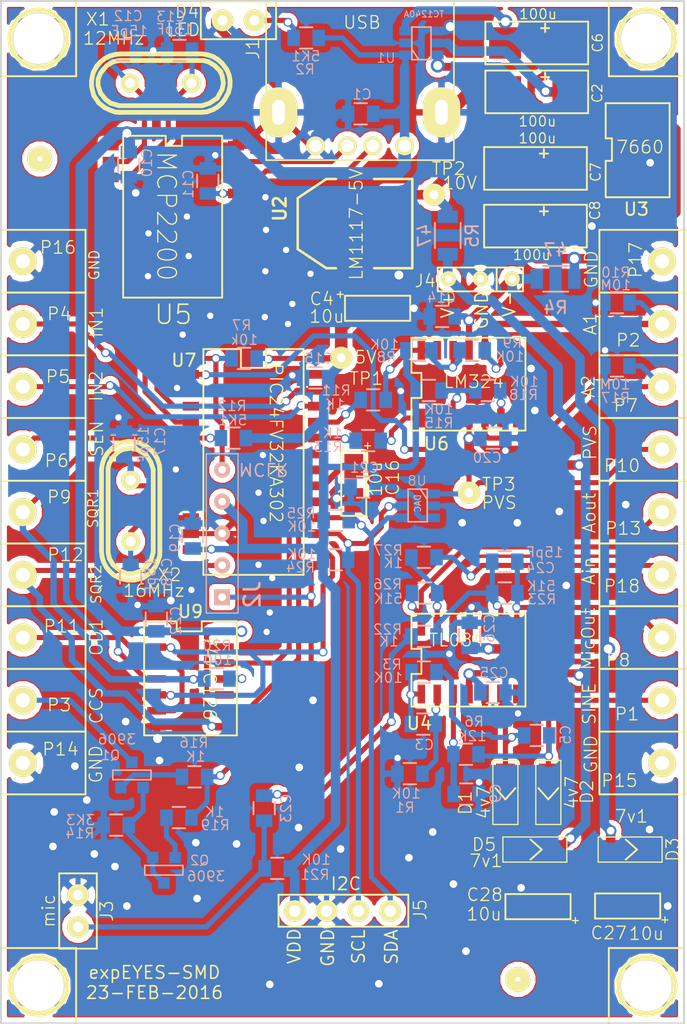
<source format=kicad_pcb>
(kicad_pcb (version 4) (host pcbnew 4.0.2+dfsg1-stable)
  (title_block (title "expEYES Junior") (company "Project PHOENIX") (comment 1 "This is open Hardware, per the license CERN OHL") (comment 2 "see http://www.ohwr.org/documents/294"))
  (layers (0 F.Cu signal hide) (31 B.Cu signal) (34 B.Paste user) (35 F.Paste user) (36 B.SilkS user) (37 F.SilkS user) (38 B.Mask user) (39 F.Mask user) (44 Edge.Cuts user))
  (net 0 "")
  (net 1 /DOV)
  (net 2 /PGC)
  (net 3 /PGD)
  (net 4 /SQR1)
  (net 5 /SQR2)
  (net 6 /V+)
  (net 7 /V-)
  (net 8 /VUSB)
  (net 9 GND)
  (net 10 "Net-(C2-Pad1)")
  (net 11 "Net-(C3-Pad1)")
  (net 12 "Net-(C3-Pad2)")
  (net 13 /AVDD)
  (net 14 "Net-(C5-Pad1)")
  (net 15 "Net-(C5-Pad2)")
  (net 16 "Net-(C6-Pad1)")
  (net 17 "Net-(C6-Pad2)")
  (net 18 "Net-(C7-Pad1)")
  (net 19 "Net-(C7-Pad2)")
  (net 20 "Net-(C8-Pad2)")
  (net 21 "Net-(C9-Pad2)")
  (net 22 "Net-(C12-Pad1)")
  (net 23 "Net-(C13-Pad1)")
  (net 24 "Net-(C17-Pad2)")
  (net 25 "Net-(C18-Pad2)")
  (net 26 "Net-(C23-Pad1)")
  (net 27 "Net-(C23-Pad2)")
  (net 28 "Net-(C24-Pad1)")
  (net 29 "Net-(C24-Pad2)")
  (net 30 "Net-(D1-Pad1)")
  (net 31 "Net-(D4-Pad2)")
  (net 32 "Net-(J2-Pad5)")
  (net 33 "Net-(P2-Pad1)")
  (net 34 "Net-(P6-Pad1)")
  (net 35 "Net-(P7-Pad1)")
  (net 36 "Net-(P11-Pad1)")
  (net 37 "Net-(P13-Pad1)")
  (net 38 "Net-(P18-Pad1)")
  (net 39 "Net-(R8-Pad1)")
  (net 40 "Net-(R9-Pad2)")
  (net 41 "Net-(R11-Pad2)")
  (net 42 "Net-(R15-Pad1)")
  (net 43 "Net-(R20-Pad2)")
  (net 44 "Net-(R26-Pad1)")
  (net 45 "Net-(U7-Pad16)")
  (net 46 "Net-(C11-Pad1)")
  (net 47 "Net-(C16-Pad1)")
  (net 48 "Net-(J1-Pad3)")
  (net 49 "Net-(J1-Pad2)")
  (net 50 "Net-(P3-Pad1)")
  (net 51 "Net-(P4-Pad1)")
  (net 52 "Net-(P5-Pad1)")
  (net 53 "Net-(R11-Pad1)")
  (net 54 "Net-(R13-Pad1)")
  (net 55 "Net-(R13-Pad2)")
  (net 56 "Net-(Q1-Pad2)")
  (net 57 "Net-(R18-Pad2)")
  (net 58 "Net-(U5-Pad10)")
  (net 59 "Net-(U5-Pad12)")
  (net 60 "Net-(U7-Pad21)")
  (net 61 "Net-(U7-Pad22)")
  (net 62 /SDA)
  (net 63 /SCL)
  (net 64 "Net-(Q1-Pad1)")
  (net 65 "Net-(Q2-Pad2)")
  (module MyLib:C_0805 (layer B.Cu) (at 66.45 52.3)
    (fp_text reference R9 (at 3.2 -0.6) (layer B.SilkS) (effects (font (size 0.8 0.8) (thickness 0.1)) (justify mirror)))
    (fp_text value 10K (at 3 0.5) (layer B.SilkS) (effects (font (size 0.8 0.8) (thickness 0.1)) (justify mirror)))
    (pad 1 smd rect (at -1 0) (size 1 1.3) (layers B.Cu B.Paste B.Mask) (net 39 "Net-(R8-Pad1)"))
    (pad 2 smd rect (at 1 0) (size 1 1.3) (layers B.Cu B.Paste B.Mask) (net 40 "Net-(R9-Pad2)"))
  )
  (module MyLib:PICKIT-PROG (layer B.Cu) (at 46.5 66.9 90)
    (fp_text reference J2 (at -4.875 2.4 270) (layer B.SilkS) (effects (font (size 1.27 1.27) (thickness 0.2032)) (justify mirror)))
    (fp_text value CONN_5 hide)
    (pad 1 thru_hole rect (at -5.08 0 90) (size 1.27 1.27) (drill 0.6096) (layers *.Cu *.Mask B.SilkS) (net 2 /PGC))
    (pad 2 thru_hole circle (at -2.54 0 90) (size 1.27 1.27) (drill 0.6096) (layers *.Cu *.Mask B.SilkS) (net 3 /PGD))
    (pad 3 thru_hole circle (at 0 0 90) (size 1.27 1.27) (drill 0.6096) (layers *.Cu *.Mask B.SilkS) (net 9 GND))
    (pad 4 thru_hole circle (at 2.54 0 90) (size 1.27 1.27) (drill 0.6096) (layers *.Cu *.Mask B.SilkS) (net 13 /AVDD))
    (pad 5 thru_hole circle (at 5.08 0 90) (size 1.27 1.27) (drill 0.6096) (layers *.Cu *.Mask B.SilkS) (net 32 "Net-(J2-Pad5)"))
  )
  (module MyLib:myPin_Header_Straight_1x02 (layer F.Cu) (at 35 97 270)
    (fp_text reference J3 (at 0 -2.286 270) (layer F.SilkS) (effects (font (thickness 0.1))))
    (fp_text value mic (at -0.01 2.35 270) (layer F.SilkS) (effects (font (thickness 0.1))))
    (pad 1 thru_hole circle (at -1.27 0 270) (size 1.7272 1.7272) (drill 0.8128) (layers *.Cu *.Mask F.SilkS) (net 9 GND))
    (pad 2 thru_hole circle (at 1.27 0 270) (size 1.7272 1.7272) (drill 0.8128) (layers *.Cu *.Mask F.SilkS) (net 26 "Net-(C23-Pad1)"))
  )
  (module MyLib:SOT-23-6 (layer B.Cu) (at 62.4 27.8 90)
    (fp_text reference U1 (at -1.19 -2.84 360) (layer B.SilkS) (effects (font (size 0.762 0.762) (thickness 0.0762)) (justify mirror)))
    (fp_text value TC1240A (at 2.3 0.2 360) (layer B.SilkS) (effects (font (size 0.50038 0.50038) (thickness 0.0762)) (justify mirror)))
    (pad 6 smd rect (at -0.9525 1.27 90) (size 0.70104 1.00076) (layers B.Cu B.Paste B.Mask) (net 16 "Net-(C6-Pad1)"))
    (pad 5 smd rect (at 0 1.27 90) (size 0.70104 1.00076) (layers B.Cu B.Paste B.Mask) (net 10 "Net-(C2-Pad1)"))
    (pad 4 smd rect (at 0.9525 1.27 90) (size 0.70104 1.00076) (layers B.Cu B.Paste B.Mask) (net 9 GND))
    (pad 3 smd rect (at 0.9525 -1.27 90) (size 0.70104 1.00076) (layers B.Cu B.Paste B.Mask) (net 17 "Net-(C6-Pad2)"))
    (pad 2 smd rect (at 0 -1.27 90) (size 0.70104 1.00076) (layers B.Cu B.Paste B.Mask) (net 9 GND))
    (pad 1 smd rect (at -0.9525 -1.27 90) (size 0.70104 1.00076) (layers B.Cu B.Paste B.Mask) (net 8 /VUSB))
  )
  (module MyLib:SOT-223 (layer F.Cu) (at 57.1 42.2 90)
    (fp_text reference U2 (at 1.2 -6 90) (layer F.SilkS) (effects (font (size 1.016 1.016) (thickness 0.2032))))
    (fp_text value LM1117-5V (at -0.05 0.1 90) (layer F.SilkS) (effects (font (size 1.016 1.016) (thickness 0.1))))
    (pad 4 smd rect (at 0 -3.302 90) (size 3.6576 2.032) (layers F.Cu F.Paste F.Mask) (net 13 /AVDD))
    (pad 2 smd rect (at 0 3.302 90) (size 1.016 2.032) (layers F.Cu F.Paste F.Mask) (net 13 /AVDD))
    (pad 3 smd rect (at 2.286 3.302 90) (size 1.016 2.032) (layers F.Cu F.Paste F.Mask) (net 10 "Net-(C2-Pad1)"))
    (pad 1 smd rect (at -2.286 3.302 90) (size 1.016 2.032) (layers F.Cu F.Paste F.Mask) (net 9 GND))
  )
  (module MyLib:SOIC-20-W (layer F.Cu) (at 42.6 41.7 270)
    (fp_text reference U5 (at 7.75 0 360) (layer F.SilkS) (effects (font (thickness 0.127))))
    (fp_text value MCP2200 hide)
    (pad 1 smd rect (at -5.715 5 270) (size 0.762 1.27) (layers F.Cu F.Paste F.Mask) (net 8 /VUSB))
    (pad 2 smd rect (at -4.445 5 270) (size 0.762 1.27) (layers F.Cu F.Paste F.Mask) (net 22 "Net-(C12-Pad1)"))
    (pad 3 smd rect (at -3.175 5 270) (size 0.762 1.27) (layers F.Cu F.Paste F.Mask) (net 23 "Net-(C13-Pad1)"))
    (pad 4 smd rect (at -1.905 5 270) (size 0.762 1.27) (layers F.Cu F.Paste F.Mask))
    (pad 5 smd rect (at -0.635 5 270) (size 0.762 1.27) (layers F.Cu F.Paste F.Mask))
    (pad 6 smd rect (at 0.635 5 270) (size 0.762 1.27) (layers F.Cu F.Paste F.Mask))
    (pad 7 smd rect (at 1.905 5 270) (size 0.762 1.27) (layers F.Cu F.Paste F.Mask))
    (pad 8 smd rect (at 3.175 5 270) (size 0.762 1.27) (layers F.Cu F.Paste F.Mask))
    (pad 9 smd rect (at 4.445 5 270) (size 0.762 1.27) (layers F.Cu F.Paste F.Mask))
    (pad 10 smd rect (at 5.715 5 270) (size 0.762 1.27) (layers F.Cu F.Paste F.Mask) (net 58 "Net-(U5-Pad10)"))
    (pad 20 smd rect (at -5.715 -5 270) (size 0.762 1.27) (layers F.Cu F.Paste F.Mask) (net 9 GND))
    (pad 19 smd rect (at -4.445 -5 270) (size 0.762 1.27) (layers F.Cu F.Paste F.Mask) (net 48 "Net-(J1-Pad3)"))
    (pad 18 smd rect (at -3.175 -5 270) (size 0.762 1.27) (layers F.Cu F.Paste F.Mask) (net 49 "Net-(J1-Pad2)"))
    (pad 17 smd rect (at -1.905 -5 270) (size 0.762 1.27) (layers F.Cu F.Paste F.Mask) (net 46 "Net-(C11-Pad1)"))
    (pad 16 smd rect (at -0.635 -5 270) (size 0.762 1.27) (layers F.Cu F.Paste F.Mask))
    (pad 15 smd rect (at 0.635 -5 270) (size 0.762 1.27) (layers F.Cu F.Paste F.Mask))
    (pad 14 smd rect (at 1.905 -5 270) (size 0.762 1.27) (layers F.Cu F.Paste F.Mask))
    (pad 13 smd rect (at 3.175 -5 270) (size 0.762 1.27) (layers F.Cu F.Paste F.Mask))
    (pad 12 smd rect (at 4.445 -5 270) (size 0.762 1.27) (layers F.Cu F.Paste F.Mask) (net 59 "Net-(U5-Pad12)"))
    (pad 11 smd rect (at 5.715 -5 270) (size 0.762 1.27) (layers F.Cu F.Paste F.Mask))
  )
  (module MyLib:SOT-23-6 (layer B.Cu) (at 62.1 64.7 270)
    (fp_text reference U8 (at -2 0.05 360) (layer B.SilkS) (effects (font (size 0.762 0.762) (thickness 0.0762)) (justify mirror)))
    (fp_text value DAC (at -0.2 0 270) (layer B.SilkS) (effects (font (size 0.50038 0.50038) (thickness 0.0762)) (justify mirror)))
    (pad 6 smd rect (at -0.9525 1.27 270) (size 0.70104 1.00076) (layers B.Cu B.Paste B.Mask) (net 13 /AVDD))
    (pad 5 smd rect (at 0 1.27 270) (size 0.70104 1.00076) (layers B.Cu B.Paste B.Mask) (net 63 /SCL))
    (pad 4 smd rect (at 0.9525 1.27 270) (size 0.70104 1.00076) (layers B.Cu B.Paste B.Mask) (net 62 /SDA))
    (pad 3 smd rect (at 0.9525 -1.27 270) (size 0.70104 1.00076) (layers B.Cu B.Paste B.Mask) (net 13 /AVDD))
    (pad 2 smd rect (at 0 -1.27 270) (size 0.70104 1.00076) (layers B.Cu B.Paste B.Mask) (net 9 GND))
    (pad 1 smd rect (at -0.9525 -1.27 270) (size 0.70104 1.00076) (layers B.Cu B.Paste B.Mask) (net 1 /DOV))
  )
  (module MyLib:TantalC_SizeC_EIA-6032_Reflow (layer F.Cu) (at 71.6 31.7 180)
    (fp_text reference C2 (at -4.83 -0.11 270) (layer F.SilkS) (effects (font (size 0.8 0.8) (thickness 0.1))))
    (fp_text value 100u (at -0.05 -2.35 360) (layer F.SilkS) (effects (font (size 0.8 0.8) (thickness 0.1))))
    (pad 2 smd rect (at 2.52476 0 180) (size 2.55016 2.49936) (layers F.Cu F.Paste F.Mask) (net 9 GND))
    (pad 1 smd rect (at -2.52476 0 180) (size 2.55016 2.49936) (layers F.Cu F.Paste F.Mask) (net 10 "Net-(C2-Pad1)"))
  )
  (module MyLib:TantalC_SizeC_EIA-6032_Reflow (layer F.Cu) (at 71.6 27.8 180)
    (fp_text reference C6 (at -4.86 0.01 270) (layer F.SilkS) (effects (font (size 0.8 0.8) (thickness 0.1))))
    (fp_text value 100u (at -0.1 2.3 360) (layer F.SilkS) (effects (font (size 0.8 0.8) (thickness 0.1))))
    (pad 2 smd rect (at 2.52476 0 180) (size 2.55016 2.49936) (layers F.Cu F.Paste F.Mask) (net 17 "Net-(C6-Pad2)"))
    (pad 1 smd rect (at -2.52476 0 180) (size 2.55016 2.49936) (layers F.Cu F.Paste F.Mask) (net 16 "Net-(C6-Pad1)"))
  )
  (module MyLib:TantalC_SizeC_EIA-6032_Reflow (layer F.Cu) (at 71.5 37.8 180)
    (fp_text reference C7 (at -4.8 -0.3 270) (layer F.SilkS) (effects (font (size 0.8 0.8) (thickness 0.1))))
    (fp_text value 100u (at -0.15 2.4 360) (layer F.SilkS) (effects (font (size 0.8 0.8) (thickness 0.1))))
    (pad 2 smd rect (at 2.52476 0 180) (size 2.55016 2.49936) (layers F.Cu F.Paste F.Mask) (net 19 "Net-(C7-Pad2)"))
    (pad 1 smd rect (at -2.52476 0 180) (size 2.55016 2.49936) (layers F.Cu F.Paste F.Mask) (net 18 "Net-(C7-Pad1)"))
  )
  (module MyLib:TantalC_SizeC_EIA-6032_Reflow (layer F.Cu) (at 71.5 42.4 180)
    (fp_text reference C8 (at -4.75 1.25 270) (layer F.SilkS) (effects (font (size 0.8 0.8) (thickness 0.1))))
    (fp_text value 100u (at 0.3 -2.3 360) (layer F.SilkS) (effects (font (size 0.8 0.8) (thickness 0.1))))
    (pad 2 smd rect (at 2.52476 0 180) (size 2.55016 2.49936) (layers F.Cu F.Paste F.Mask) (net 20 "Net-(C8-Pad2)"))
    (pad 1 smd rect (at -2.52476 0 180) (size 2.55016 2.49936) (layers F.Cu F.Paste F.Mask) (net 9 GND))
  )
  (module MyLib:3mm-mounting-hole (layer F.Cu) (at 31.85 27.45)
    (fp_text reference m2 hide)
    (fp_text value GND hide)
    (pad 1 thru_hole circle (at 0 0) (size 4.1 4.1) (drill 4) (layers *.Cu *.Mask F.SilkS) (net 9 GND))
  )
  (module MyLib:3mm-mounting-hole (layer F.Cu) (at 80.35 27.45)
    (fp_text reference m4 hide)
    (fp_text value GND hide)
    (pad 1 thru_hole circle (at 0 0) (size 4.1 4.1) (drill 4) (layers *.Cu *.Mask F.SilkS) (net 9 GND))
  )
  (module MyLib:3mm-mounting-hole (layer F.Cu) (at 31.85 102.95)
    (fp_text reference m1 hide)
    (fp_text value GND hide)
    (pad 1 thru_hole circle (at 0 0) (size 4.1 4.1) (drill 4) (layers *.Cu *.Mask F.SilkS) (net 9 GND))
  )
  (module MyLib:3mm-mounting-hole (layer F.Cu) (at 80.35 102.95)
    (fp_text reference m3 hide)
    (fp_text value GND hide)
    (pad 1 thru_hole circle (at 0 0) (size 4.1 4.1) (drill 4) (layers *.Cu *.Mask F.SilkS) (net 9 GND))
  )
  (module MyLib:myPhoenixCon-new (layer F.Cu) (at 81.6 80.2 180)
    (fp_text reference P1 (at 2.8 -1.1 180) (layer F.SilkS) (effects (font (thickness 0.1))))
    (fp_text value SINE (at 5.81 -0.27 270) (layer F.SilkS) (effects (font (thickness 0.1))))
    (pad 1 thru_hole circle (at 0 0 180) (size 2.2352 2.2352) (drill 1.1176) (layers *.Cu *.Mask F.SilkS) (net 15 "Net-(C5-Pad2)"))
  )
  (module MyLib:myPhoenixCon-new (layer F.Cu) (at 81.6 50.2 180)
    (fp_text reference P2 (at 2.7 -1.3 180) (layer F.SilkS) (effects (font (thickness 0.1))))
    (fp_text value A1 (at 5.74 0.01 270) (layer F.SilkS) (effects (font (thickness 0.1))))
    (pad 1 thru_hole circle (at 0 0 180) (size 2.2352 2.2352) (drill 1.1176) (layers *.Cu *.Mask F.SilkS) (net 33 "Net-(P2-Pad1)"))
  )
  (module MyLib:myPhoenixCon-new (layer F.Cu) (at 30.6 80.2)
    (fp_text reference P3 (at 2.9 0.38) (layer F.SilkS) (effects (font (thickness 0.1))))
    (fp_text value CCS (at 5.86 0.43 90) (layer F.SilkS) (effects (font (thickness 0.1))))
    (pad 1 thru_hole circle (at 0 0) (size 2.2352 2.2352) (drill 1.1176) (layers *.Cu *.Mask F.SilkS) (net 50 "Net-(P3-Pad1)"))
  )
  (module MyLib:myPhoenixCon-new (layer F.Cu) (at 30.6 50.2)
    (fp_text reference P4 (at 2.9 -0.8) (layer F.SilkS) (effects (font (thickness 0.1))))
    (fp_text value IN1 (at 5.87 -0.13 90) (layer F.SilkS) (effects (font (thickness 0.1))))
    (pad 1 thru_hole circle (at 0 0) (size 2.2352 2.2352) (drill 1.1176) (layers *.Cu *.Mask F.SilkS) (net 51 "Net-(P4-Pad1)"))
  )
  (module MyLib:myPhoenixCon-new (layer F.Cu) (at 30.6 55.2)
    (fp_text reference P5 (at 2.8 -0.8) (layer F.SilkS) (effects (font (thickness 0.1))))
    (fp_text value IN2 (at 5.85 -0.04 90) (layer F.SilkS) (effects (font (thickness 0.1))))
    (pad 1 thru_hole circle (at 0 0) (size 2.2352 2.2352) (drill 1.1176) (layers *.Cu *.Mask F.SilkS) (net 52 "Net-(P5-Pad1)"))
  )
  (module MyLib:myPhoenixCon-new (layer F.Cu) (at 30.6 60.2)
    (fp_text reference P6 (at 2.7 0.9) (layer F.SilkS) (effects (font (thickness 0.1))))
    (fp_text value SEN (at 5.9 -0.85 90) (layer F.SilkS) (effects (font (thickness 0.1))))
    (pad 1 thru_hole circle (at 0 0) (size 2.2352 2.2352) (drill 1.1176) (layers *.Cu *.Mask F.SilkS) (net 34 "Net-(P6-Pad1)"))
  )
  (module MyLib:myPhoenixCon-new (layer F.Cu) (at 81.6 55.2 180)
    (fp_text reference P7 (at 2.9 -1.5 180) (layer F.SilkS) (effects (font (thickness 0.1))))
    (fp_text value A2 (at 5.89 0.02 270) (layer F.SilkS) (effects (font (thickness 0.1))))
    (pad 1 thru_hole circle (at 0 0 180) (size 2.2352 2.2352) (drill 1.1176) (layers *.Cu *.Mask F.SilkS) (net 35 "Net-(P7-Pad1)"))
  )
  (module MyLib:myPhoenixCon-new (layer F.Cu) (at 81.6 75.2 180)
    (fp_text reference P8 (at 3.5 -1.8 180) (layer F.SilkS) (effects (font (thickness 0.1))))
    (fp_text value MicOut (at 5.89 -0.11 270) (layer F.SilkS) (effects (font (thickness 0.1))))
    (pad 1 thru_hole circle (at 0 0 180) (size 2.2352 2.2352) (drill 1.1176) (layers *.Cu *.Mask F.SilkS) (net 29 "Net-(C24-Pad2)"))
  )
  (module MyLib:myPhoenixCon-new (layer F.Cu) (at 30.6 65.2)
    (fp_text reference P9 (at 2.9 -1.2) (layer F.SilkS) (effects (font (thickness 0.1))))
    (fp_text value SQR1 (at 5.6 -0.3 90) (layer F.SilkS) (effects (font (size 0.8 0.8) (thickness 0.1))))
    (pad 1 thru_hole circle (at 0 0) (size 2.2352 2.2352) (drill 1.1176) (layers *.Cu *.Mask F.SilkS) (net 4 /SQR1))
  )
  (module MyLib:myPhoenixCon-new (layer F.Cu) (at 81.6 60.2 180)
    (fp_text reference P10 (at 3.2 -1.3 180) (layer F.SilkS) (effects (font (thickness 0.1))))
    (fp_text value PVS (at 5.75 0.55 270) (layer F.SilkS) (effects (font (thickness 0.1))))
    (pad 1 thru_hole circle (at 0 0 180) (size 2.2352 2.2352) (drill 1.1176) (layers *.Cu *.Mask F.SilkS) (net 1 /DOV))
  )
  (module MyLib:myPhoenixCon-new (layer F.Cu) (at 30.6 75.2)
    (fp_text reference P11 (at 3.1 -0.9) (layer F.SilkS) (effects (font (thickness 0.1))))
    (fp_text value OD1 (at 5.86 -0.04 90) (layer F.SilkS) (effects (font (thickness 0.1))))
    (pad 1 thru_hole circle (at 0 0) (size 2.2352 2.2352) (drill 1.1176) (layers *.Cu *.Mask F.SilkS) (net 36 "Net-(P11-Pad1)"))
  )
  (module MyLib:myPhoenixCon-new (layer F.Cu) (at 30.6 70.2)
    (fp_text reference P12 (at 3.4 -1.6) (layer F.SilkS) (effects (font (thickness 0.1))))
    (fp_text value SQR2 (at 5.85 0.75 90) (layer F.SilkS) (effects (font (size 0.8 0.8) (thickness 0.1))))
    (pad 1 thru_hole circle (at 0 0) (size 2.2352 2.2352) (drill 1.1176) (layers *.Cu *.Mask F.SilkS) (net 5 /SQR2))
  )
  (module MyLib:myPhoenixCon-new (layer F.Cu) (at 81.6 65.2 180)
    (fp_text reference P13 (at 3.1 -1.3 180) (layer F.SilkS) (effects (font (thickness 0.1))))
    (fp_text value Aout (at 5.81 -0.07 270) (layer F.SilkS) (effects (font (thickness 0.1))))
    (pad 1 thru_hole circle (at 0 0 180) (size 2.2352 2.2352) (drill 1.1176) (layers *.Cu *.Mask F.SilkS) (net 37 "Net-(P13-Pad1)"))
  )
  (module MyLib:myPhoenixCon-new (layer F.Cu) (at 30.6 85.2)
    (fp_text reference P14 (at 3 -1.1) (layer F.SilkS) (effects (font (thickness 0.1))))
    (fp_text value GND (at 5.83 0.1 90) (layer F.SilkS) (effects (font (thickness 0.1))))
    (pad 1 thru_hole circle (at 0 0) (size 2.2352 2.2352) (drill 1.1176) (layers *.Cu *.Mask F.SilkS) (net 9 GND))
  )
  (module MyLib:myPhoenixCon-new (layer F.Cu) (at 81.6 85.2 180)
    (fp_text reference P15 (at 3.4 -1.4 180) (layer F.SilkS) (effects (font (thickness 0.1))))
    (fp_text value GND (at 5.68 0.71 270) (layer F.SilkS) (effects (font (thickness 0.1))))
    (pad 1 thru_hole circle (at 0 0 180) (size 2.2352 2.2352) (drill 1.1176) (layers *.Cu *.Mask F.SilkS) (net 9 GND))
  )
  (module MyLib:myPhoenixCon-new (layer F.Cu) (at 30.6 45.2)
    (fp_text reference P16 (at 2.8 -1.1) (layer F.SilkS) (effects (font (thickness 0.1))))
    (fp_text value GND (at 5.7 0.3 90) (layer F.SilkS) (effects (font (size 0.8 0.8) (thickness 0.1))))
    (pad 1 thru_hole circle (at 0 0) (size 2.2352 2.2352) (drill 1.1176) (layers *.Cu *.Mask F.SilkS) (net 9 GND))
  )
  (module MyLib:myPhoenixCon-new (layer F.Cu) (at 81.6 45.2 180)
    (fp_text reference P17 (at 2.1 0.1 270) (layer F.SilkS) (effects (font (thickness 0.1))))
    (fp_text value GND (at 5.65 -0.65 270) (layer F.SilkS) (effects (font (thickness 0.1))))
    (pad 1 thru_hole circle (at 0 0 180) (size 2.2352 2.2352) (drill 1.1176) (layers *.Cu *.Mask F.SilkS) (net 9 GND))
  )
  (module MyLib:myPhoenixCon-new (layer F.Cu) (at 81.6 70.2 180)
    (fp_text reference P18 (at 3.2 -0.9 180) (layer F.SilkS) (effects (font (thickness 0.1))))
    (fp_text value Ain (at 5.86 0.31 270) (layer F.SilkS) (effects (font (thickness 0.1))))
    (pad 1 thru_hole circle (at 0 0 180) (size 2.2352 2.2352) (drill 1.1176) (layers *.Cu *.Mask F.SilkS) (net 38 "Net-(P18-Pad1)"))
  )
  (module MyLib:myTestPoint (layer F.Cu) (at 56 52.9)
    (fp_text reference TP1 (at 2 1.65) (layer F.SilkS) (effects (font (thickness 0.1))))
    (fp_text value 5V (at 1.95 -0.05) (layer F.SilkS) (effects (font (thickness 0.1))))
    (pad 1 thru_hole circle (at 0 0) (size 1.778 1.778) (drill 0.7112) (layers *.Cu *.Mask F.SilkS) (net 13 /AVDD))
  )
  (module MyLib:myTestPoint (layer F.Cu) (at 63.4 39.9)
    (fp_text reference TP2 (at 1.17 -2.08) (layer F.SilkS) (effects (font (thickness 0.1))))
    (fp_text value 10V (at 2.06 -0.93) (layer F.SilkS) (effects (font (thickness 0.1))))
    (pad 1 thru_hole circle (at 0 0) (size 1.778 1.778) (drill 0.7112) (layers *.Cu *.Mask F.SilkS) (net 10 "Net-(C2-Pad1)"))
  )
  (module MyLib:C_0805-0.1uf (layer B.Cu) (at 45.35 38.8 90)
    (fp_text reference C11 (at -0.25 -1.55 90) (layer B.SilkS) (effects (font (size 0.8 0.8) (thickness 0.1)) (justify mirror)))
    (fp_text value .1u hide)
    (pad 1 smd rect (at -1 0 90) (size 1 1.3) (layers B.Cu B.Paste B.Mask) (net 46 "Net-(C11-Pad1)"))
    (pad 2 smd rect (at 1 0 90) (size 1 1.3) (layers B.Cu B.Paste B.Mask) (net 9 GND))
  )
  (module MyLib:C_0805 (layer B.Cu) (at 38.6 28.35)
    (fp_text reference C12 (at 0.4 -2.7) (layer B.SilkS) (effects (font (size 0.8 0.8) (thickness 0.1)) (justify mirror)))
    (fp_text value 15pF (at 0.5 -1.5) (layer B.SilkS) (effects (font (size 0.8 0.8) (thickness 0.1)) (justify mirror)))
    (pad 1 smd rect (at -1 0) (size 1 1.3) (layers B.Cu B.Paste B.Mask) (net 22 "Net-(C12-Pad1)"))
    (pad 2 smd rect (at 1 0) (size 1 1.3) (layers B.Cu B.Paste B.Mask) (net 9 GND))
  )
  (module MyLib:C_0805 (layer B.Cu) (at 43.1 28.4 180)
    (fp_text reference C13 (at 0.7 2.7 180) (layer B.SilkS) (effects (font (size 0.8 0.8) (thickness 0.1)) (justify mirror)))
    (fp_text value 15pF (at 0.4 1.7 180) (layer B.SilkS) (effects (font (size 0.8 0.8) (thickness 0.1)) (justify mirror)))
    (pad 1 smd rect (at -1 0 180) (size 1 1.3) (layers B.Cu B.Paste B.Mask) (net 23 "Net-(C13-Pad1)"))
    (pad 2 smd rect (at 1 0 180) (size 1 1.3) (layers B.Cu B.Paste B.Mask) (net 9 GND))
  )
  (module MyLib:C_0805-0.1uf (layer B.Cu) (at 64.05 49.6 180)
    (fp_text reference C14 (at 0.05 1.5 180) (layer B.SilkS) (effects (font (size 0.8 0.8) (thickness 0.1)) (justify mirror)))
    (fp_text value .1u hide)
    (pad 1 smd rect (at -1 0 180) (size 1 1.3) (layers B.Cu B.Paste B.Mask) (net 7 /V-))
    (pad 2 smd rect (at 1 0 180) (size 1 1.3) (layers B.Cu B.Paste B.Mask) (net 9 GND))
  )
  (module MyLib:C_0805-0.1uf (layer B.Cu) (at 53.95 54.5 180)
    (fp_text reference C15 (at -0.25 1.55 180) (layer B.SilkS) (effects (font (size 0.8 0.8) (thickness 0.1)) (justify mirror)))
    (fp_text value .1u hide)
    (pad 1 smd rect (at -1 0 180) (size 1 1.3) (layers B.Cu B.Paste B.Mask) (net 13 /AVDD))
    (pad 2 smd rect (at 1 0 180) (size 1 1.3) (layers B.Cu B.Paste B.Mask) (net 9 GND))
  )
  (module MyLib:C_0805 (layer B.Cu) (at 38.675 59.775 270)
    (fp_text reference C17 (at -0.2 -2.87 270) (layer B.SilkS) (effects (font (size 0.8 0.8) (thickness 0.1)) (justify mirror)))
    (fp_text value 15pF (at 0.05 -1.55 270) (layer B.SilkS) (effects (font (size 0.8 0.8) (thickness 0.1)) (justify mirror)))
    (pad 1 smd rect (at -1 0 270) (size 1 1.3) (layers B.Cu B.Paste B.Mask) (net 9 GND))
    (pad 2 smd rect (at 1 0 270) (size 1 1.3) (layers B.Cu B.Paste B.Mask) (net 24 "Net-(C17-Pad2)"))
  )
  (module MyLib:C_0805 (layer B.Cu) (at 39.2 70.4 90)
    (fp_text reference C18 (at 0.42 2.9 90) (layer B.SilkS) (effects (font (size 0.8 0.8) (thickness 0.1)) (justify mirror)))
    (fp_text value 15pF (at 0.11 1.58 90) (layer B.SilkS) (effects (font (size 0.8 0.8) (thickness 0.1)) (justify mirror)))
    (pad 1 smd rect (at -1 0 90) (size 1 1.3) (layers B.Cu B.Paste B.Mask) (net 9 GND))
    (pad 2 smd rect (at 1 0 90) (size 1 1.3) (layers B.Cu B.Paste B.Mask) (net 25 "Net-(C18-Pad2)"))
  )
  (module MyLib:C_0805-0.1uf (layer B.Cu) (at 44.15 67.1 270)
    (fp_text reference C19 (at 0.15 1.4 270) (layer B.SilkS) (effects (font (size 0.8 0.8) (thickness 0.1)) (justify mirror)))
    (fp_text value .1u hide)
    (pad 1 smd rect (at -1 0 270) (size 1 1.3) (layers B.Cu B.Paste B.Mask) (net 9 GND))
    (pad 2 smd rect (at 1 0 270) (size 1 1.3) (layers B.Cu B.Paste B.Mask) (net 13 /AVDD))
  )
  (module MyLib:C_0805-0.1uf (layer B.Cu) (at 68.1 59.3 180)
    (fp_text reference C20 (at 0.45 -1.55 180) (layer B.SilkS) (effects (font (size 0.8 0.8) (thickness 0.1)) (justify mirror)))
    (fp_text value .1u hide)
    (pad 1 smd rect (at -1 0 180) (size 1 1.3) (layers B.Cu B.Paste B.Mask) (net 9 GND))
    (pad 2 smd rect (at 1 0 180) (size 1 1.3) (layers B.Cu B.Paste B.Mask) (net 6 /V+))
  )
  (module MyLib:C_0805-0.1uf (layer B.Cu) (at 57.75 63.2)
    (fp_text reference C21 (at 0.1 -1.55 180) (layer B.SilkS) (effects (font (size 0.8 0.8) (thickness 0.1)) (justify mirror)))
    (fp_text value .1u hide)
    (pad 1 smd rect (at -1 0) (size 1 1.3) (layers B.Cu B.Paste B.Mask) (net 9 GND))
    (pad 2 smd rect (at 1 0) (size 1 1.3) (layers B.Cu B.Paste B.Mask) (net 13 /AVDD))
  )
  (module MyLib:C_0805-0.1uf (layer B.Cu) (at 41.25 73.7 90)
    (fp_text reference C22 (at -0.15 1.55 90) (layer B.SilkS) (effects (font (size 0.8 0.8) (thickness 0.1)) (justify mirror)))
    (fp_text value .1u hide)
    (pad 1 smd rect (at -1 0 90) (size 1 1.3) (layers B.Cu B.Paste B.Mask) (net 8 /VUSB))
    (pad 2 smd rect (at 1 0 90) (size 1 1.3) (layers B.Cu B.Paste B.Mask) (net 9 GND))
  )
  (module MyLib:C_0805-0.1uf (layer B.Cu) (at 49.85 88.8 90)
    (fp_text reference C23 (at 0 1.75 90) (layer B.SilkS) (effects (font (size 0.8 0.8) (thickness 0.1)) (justify mirror)))
    (fp_text value .1u hide)
    (pad 1 smd rect (at -1 0 90) (size 1 1.3) (layers B.Cu B.Paste B.Mask) (net 26 "Net-(C23-Pad1)"))
    (pad 2 smd rect (at 1 0 90) (size 1 1.3) (layers B.Cu B.Paste B.Mask) (net 27 "Net-(C23-Pad2)"))
  )
  (module MyLib:C_0805-0.1uf (layer B.Cu) (at 69.05 69.15)
    (fp_text reference C24 (at 2.85 0.5) (layer B.SilkS) (effects (font (size 0.8 0.8) (thickness 0.1)) (justify mirror)))
    (fp_text value 15pF (at 3.2 -0.75) (layer B.SilkS) (effects (font (size 0.8 0.8) (thickness 0.1)) (justify mirror)))
    (pad 1 smd rect (at -1 0) (size 1 1.3) (layers B.Cu B.Paste B.Mask) (net 28 "Net-(C24-Pad1)"))
    (pad 2 smd rect (at 1 0) (size 1 1.3) (layers B.Cu B.Paste B.Mask) (net 29 "Net-(C24-Pad2)"))
  )
  (module MyLib:C_0805-0.1uf (layer B.Cu) (at 68.1 79.575)
    (fp_text reference C25 (at 0.1 -1.55) (layer B.SilkS) (effects (font (size 0.8 0.8) (thickness 0.1)) (justify mirror)))
    (fp_text value .1u hide)
    (pad 1 smd rect (at -1 0) (size 1 1.3) (layers B.Cu B.Paste B.Mask) (net 6 /V+))
    (pad 2 smd rect (at 1 0) (size 1 1.3) (layers B.Cu B.Paste B.Mask) (net 9 GND))
  )
  (module MyLib:C_0805-0.1uf (layer B.Cu) (at 66.25 75.025 90)
    (fp_text reference C26 (at 0.575 1.575 90) (layer B.SilkS) (effects (font (size 0.8 0.8) (thickness 0.1)) (justify mirror)))
    (fp_text value .1u hide)
    (pad 1 smd rect (at -1 0 90) (size 1 1.3) (layers B.Cu B.Paste B.Mask) (net 7 /V-))
    (pad 2 smd rect (at 1 0 90) (size 1 1.3) (layers B.Cu B.Paste B.Mask) (net 9 GND))
  )
  (module MyLib:C_0805 (layer B.Cu) (at 61.475 86.05)
    (fp_text reference R1 (at -0.4 2.7) (layer B.SilkS) (effects (font (size 0.8 0.8) (thickness 0.1)) (justify mirror)))
    (fp_text value 10K (at -0.3 1.575) (layer B.SilkS) (effects (font (size 0.8 0.8) (thickness 0.1)) (justify mirror)))
    (pad 1 smd rect (at -1 0) (size 1 1.3) (layers B.Cu B.Paste B.Mask) (net 9 GND))
    (pad 2 smd rect (at 1 0) (size 1 1.3) (layers B.Cu B.Paste B.Mask) (net 11 "Net-(C3-Pad1)"))
  )
  (module MyLib:C_0805 (layer B.Cu) (at 53.2 27.4)
    (fp_text reference R2 (at -0.09 2.5) (layer B.SilkS) (effects (font (size 0.8 0.8) (thickness 0.1)) (justify mirror)))
    (fp_text value 5K1 (at -0.03 1.46) (layer B.SilkS) (effects (font (size 0.8 0.8) (thickness 0.1)) (justify mirror)))
    (pad 1 smd rect (at -1 0) (size 1 1.3) (layers B.Cu B.Paste B.Mask) (net 31 "Net-(D4-Pad2)"))
    (pad 2 smd rect (at 1 0) (size 1 1.3) (layers B.Cu B.Paste B.Mask) (net 8 /VUSB))
  )
  (module MyLib:C_0805 (layer B.Cu) (at 62.6 77.95)
    (fp_text reference R3 (at -2.55 -0.6) (layer B.SilkS) (effects (font (size 0.8 0.8) (thickness 0.1)) (justify mirror)))
    (fp_text value 10K (at -2.85 0.45) (layer B.SilkS) (effects (font (size 0.8 0.8) (thickness 0.1)) (justify mirror)))
    (pad 1 smd rect (at -1 0) (size 1 1.3) (layers B.Cu B.Paste B.Mask) (net 12 "Net-(C3-Pad2)"))
    (pad 2 smd rect (at 1 0) (size 1 1.3) (layers B.Cu B.Paste B.Mask) (net 14 "Net-(C5-Pad1)"))
  )
  (module MyLib:C_0805 (layer B.Cu) (at 65.95 84.5)
    (fp_text reference R6 (at 0.65 -2.6) (layer B.SilkS) (effects (font (size 0.8 0.8) (thickness 0.1)) (justify mirror)))
    (fp_text value 12K (at 0.5 -1.45) (layer B.SilkS) (effects (font (size 0.8 0.8) (thickness 0.1)) (justify mirror)))
    (pad 1 smd rect (at -1 0) (size 1 1.3) (layers B.Cu B.Paste B.Mask) (net 21 "Net-(C9-Pad2)"))
    (pad 2 smd rect (at 1 0) (size 1 1.3) (layers B.Cu B.Paste B.Mask) (net 15 "Net-(C5-Pad2)"))
  )
  (module MyLib:C_0805 (layer B.Cu) (at 48.25 52.95)
    (fp_text reference R7 (at -0.19 -2.65) (layer B.SilkS) (effects (font (size 0.8 0.8) (thickness 0.1)) (justify mirror)))
    (fp_text value 10k (at 0.02 -1.49) (layer B.SilkS) (effects (font (size 0.8 0.8) (thickness 0.1)) (justify mirror)))
    (pad 1 smd rect (at -1 0) (size 1 1.3) (layers B.Cu B.Paste B.Mask) (net 32 "Net-(J2-Pad5)"))
    (pad 2 smd rect (at 1 0) (size 1 1.3) (layers B.Cu B.Paste B.Mask) (net 13 /AVDD))
  )
  (module MyLib:C_0805 (layer B.Cu) (at 62.2 52.3 180)
    (fp_text reference R8 (at 2.6 -0.55 180) (layer B.SilkS) (effects (font (size 0.8 0.8) (thickness 0.1)) (justify mirror)))
    (fp_text value 10K (at 2.75 0.45 180) (layer B.SilkS) (effects (font (size 0.8 0.8) (thickness 0.1)) (justify mirror)))
    (pad 1 smd rect (at -1 0 180) (size 1 1.3) (layers B.Cu B.Paste B.Mask) (net 39 "Net-(R8-Pad1)"))
    (pad 2 smd rect (at 1 0 180) (size 1 1.3) (layers B.Cu B.Paste B.Mask) (net 13 /AVDD))
  )
  (module MyLib:C_0805 (layer B.Cu) (at 78 48.5 180)
    (fp_text reference R10 (at 0.1 2.4 180) (layer B.SilkS) (effects (font (size 0.8 0.8) (thickness 0.1)) (justify mirror)))
    (fp_text value 10M (at 0.1 1.4 180) (layer B.SilkS) (effects (font (size 0.8 0.8) (thickness 0.1)) (justify mirror)))
    (pad 1 smd rect (at -1 0 180) (size 1 1.3) (layers B.Cu B.Paste B.Mask) (net 33 "Net-(P2-Pad1)"))
    (pad 2 smd rect (at 1 0 180) (size 1 1.3) (layers B.Cu B.Paste B.Mask) (net 9 GND))
  )
  (module MyLib:C_0805 (layer B.Cu) (at 58.55 56.25)
    (fp_text reference R11 (at -2.95 -0.75) (layer B.SilkS) (effects (font (size 0.8 0.8) (thickness 0.1)) (justify mirror)))
    (fp_text value 1K (at -3.05 0.35) (layer B.SilkS) (effects (font (size 0.8 0.8) (thickness 0.1)) (justify mirror)))
    (pad 1 smd rect (at -1 0) (size 1 1.3) (layers B.Cu B.Paste B.Mask) (net 53 "Net-(R11-Pad1)"))
    (pad 2 smd rect (at 1 0) (size 1 1.3) (layers B.Cu B.Paste B.Mask) (net 41 "Net-(R11-Pad2)"))
  )
  (module MyLib:C_0805 (layer B.Cu) (at 47.4 59.3 180)
    (fp_text reference R12 (at 0.11 2.57 180) (layer B.SilkS) (effects (font (size 0.8 0.8) (thickness 0.1)) (justify mirror)))
    (fp_text value 5K1 (at 0.06 1.43 180) (layer B.SilkS) (effects (font (size 0.8 0.8) (thickness 0.1)) (justify mirror)))
    (pad 1 smd rect (at -1 0 180) (size 1 1.3) (layers B.Cu B.Paste B.Mask) (net 13 /AVDD))
    (pad 2 smd rect (at 1 0 180) (size 1 1.3) (layers B.Cu B.Paste B.Mask) (net 34 "Net-(P6-Pad1)"))
  )
  (module MyLib:C_0805 (layer B.Cu) (at 58.15 59.5)
    (fp_text reference R13 (at -3.2 0.5) (layer B.SilkS) (effects (font (size 0.8 0.8) (thickness 0.1)) (justify mirror)))
    (fp_text value 1K (at -2.85 -0.6) (layer B.SilkS) (effects (font (size 0.8 0.8) (thickness 0.1)) (justify mirror)))
    (pad 1 smd rect (at -1 0) (size 1 1.3) (layers B.Cu B.Paste B.Mask) (net 54 "Net-(R13-Pad1)"))
    (pad 2 smd rect (at 1 0) (size 1 1.3) (layers B.Cu B.Paste B.Mask) (net 55 "Net-(R13-Pad2)"))
  )
  (module MyLib:C_0805 (layer B.Cu) (at 38.05 90.15)
    (fp_text reference R14 (at -2.9 0.65) (layer B.SilkS) (effects (font (size 0.8 0.8) (thickness 0.1)) (justify mirror)))
    (fp_text value 3K3 (at -2.85 -0.4) (layer B.SilkS) (effects (font (size 0.8 0.8) (thickness 0.1)) (justify mirror)))
    (pad 1 smd rect (at -1 0) (size 1 1.3) (layers B.Cu B.Paste B.Mask) (net 9 GND))
    (pad 2 smd rect (at 1 0) (size 1 1.3) (layers B.Cu B.Paste B.Mask) (net 64 "Net-(Q1-Pad1)"))
  )
  (module MyLib:C_0805 (layer B.Cu) (at 63 55.5 180)
    (fp_text reference R15 (at -0.8 -2.6 180) (layer B.SilkS) (effects (font (size 0.8 0.8) (thickness 0.1)) (justify mirror)))
    (fp_text value 10K (at -0.8 -1.5 180) (layer B.SilkS) (effects (font (size 0.8 0.8) (thickness 0.1)) (justify mirror)))
    (pad 1 smd rect (at -1 0 180) (size 1 1.3) (layers B.Cu B.Paste B.Mask) (net 42 "Net-(R15-Pad1)"))
    (pad 2 smd rect (at 1 0 180) (size 1 1.3) (layers B.Cu B.Paste B.Mask) (net 13 /AVDD))
  )
  (module MyLib:C_0805 (layer B.Cu) (at 44.3 86.3)
    (fp_text reference R16 (at -0.055 -2.725) (layer B.SilkS) (effects (font (size 0.8 0.8) (thickness 0.1)) (justify mirror)))
    (fp_text value 1K (at 0.075 -1.615) (layer B.SilkS) (effects (font (size 0.8 0.8) (thickness 0.1)) (justify mirror)))
    (pad 1 smd rect (at -1 0) (size 1 1.3) (layers B.Cu B.Paste B.Mask) (net 56 "Net-(Q1-Pad2)"))
    (pad 2 smd rect (at 1 0) (size 1 1.3) (layers B.Cu B.Paste B.Mask) (net 2 /PGC))
  )
  (module MyLib:C_0805 (layer B.Cu) (at 78 53.55)
    (fp_text reference R17 (at -0.12 2.54) (layer B.SilkS) (effects (font (size 0.8 0.8) (thickness 0.1)) (justify mirror)))
    (fp_text value 10M (at -0.15 1.46) (layer B.SilkS) (effects (font (size 0.8 0.8) (thickness 0.1)) (justify mirror)))
    (pad 1 smd rect (at -1 0) (size 1 1.3) (layers B.Cu B.Paste B.Mask) (net 9 GND))
    (pad 2 smd rect (at 1 0) (size 1 1.3) (layers B.Cu B.Paste B.Mask) (net 35 "Net-(P7-Pad1)"))
  )
  (module MyLib:C_0805 (layer B.Cu) (at 67.7 55.5)
    (fp_text reference R18 (at 2.85 0.35) (layer B.SilkS) (effects (font (size 0.8 0.8) (thickness 0.1)) (justify mirror)))
    (fp_text value 10K (at 2.9 -0.7) (layer B.SilkS) (effects (font (size 0.8 0.8) (thickness 0.1)) (justify mirror)))
    (pad 1 smd rect (at -1 0) (size 1 1.3) (layers B.Cu B.Paste B.Mask) (net 42 "Net-(R15-Pad1)"))
    (pad 2 smd rect (at 1 0) (size 1 1.3) (layers B.Cu B.Paste B.Mask) (net 57 "Net-(R18-Pad2)"))
  )
  (module MyLib:C_0805 (layer B.Cu) (at 43.05 89.55)
    (fp_text reference R19 (at 2.9 0.6) (layer B.SilkS) (effects (font (size 0.8 0.8) (thickness 0.1)) (justify mirror)))
    (fp_text value 1K (at 2.85 -0.45) (layer B.SilkS) (effects (font (size 0.8 0.8) (thickness 0.1)) (justify mirror)))
    (pad 1 smd rect (at -1 0) (size 1 1.3) (layers B.Cu B.Paste B.Mask) (net 65 "Net-(Q2-Pad2)"))
    (pad 2 smd rect (at 1 0) (size 1 1.3) (layers B.Cu B.Paste B.Mask) (net 2 /PGC))
  )
  (module MyLib:C_0805 (layer B.Cu) (at 46.075 78.475)
    (fp_text reference R20 (at 0.01 -2.63) (layer B.SilkS) (effects (font (size 0.8 0.8) (thickness 0.1)) (justify mirror)))
    (fp_text value 100 (at 0.09 -1.5) (layer B.SilkS) (effects (font (size 0.8 0.8) (thickness 0.1)) (justify mirror)))
    (pad 1 smd rect (at -1 0) (size 1 1.3) (layers B.Cu B.Paste B.Mask) (net 4 /SQR1))
    (pad 2 smd rect (at 1 0) (size 1 1.3) (layers B.Cu B.Paste B.Mask) (net 43 "Net-(R20-Pad2)"))
  )
  (module MyLib:C_0805 (layer B.Cu) (at 50.9 93.6 180)
    (fp_text reference R21 (at -3 -0.5 180) (layer B.SilkS) (effects (font (size 0.8 0.8) (thickness 0.1)) (justify mirror)))
    (fp_text value 10K (at -3.1 0.7 180) (layer B.SilkS) (effects (font (size 0.8 0.8) (thickness 0.1)) (justify mirror)))
    (pad 1 smd rect (at -1 0 180) (size 1 1.3) (layers B.Cu B.Paste B.Mask) (net 13 /AVDD))
    (pad 2 smd rect (at 1 0 180) (size 1 1.3) (layers B.Cu B.Paste B.Mask) (net 26 "Net-(C23-Pad1)"))
  )
  (module MyLib:C_0805 (layer B.Cu) (at 62.6 75.1)
    (fp_text reference R22 (at -2.9 -0.55) (layer B.SilkS) (effects (font (size 0.8 0.8) (thickness 0.1)) (justify mirror)))
    (fp_text value 1K (at -2.8 0.4) (layer B.SilkS) (effects (font (size 0.8 0.8) (thickness 0.1)) (justify mirror)))
    (pad 1 smd rect (at -1 0) (size 1 1.3) (layers B.Cu B.Paste B.Mask) (net 27 "Net-(C23-Pad2)"))
    (pad 2 smd rect (at 1 0) (size 1 1.3) (layers B.Cu B.Paste B.Mask) (net 28 "Net-(C24-Pad1)"))
  )
  (module MyLib:C_0805 (layer B.Cu) (at 69.05 71.65)
    (fp_text reference R23 (at 2.95 0.5) (layer B.SilkS) (effects (font (size 0.8 0.8) (thickness 0.1)) (justify mirror)))
    (fp_text value 51K (at 2.9 -0.55) (layer B.SilkS) (effects (font (size 0.8 0.8) (thickness 0.1)) (justify mirror)))
    (pad 1 smd rect (at -1 0) (size 1 1.3) (layers B.Cu B.Paste B.Mask) (net 28 "Net-(C24-Pad1)"))
    (pad 2 smd rect (at 1 0) (size 1 1.3) (layers B.Cu B.Paste B.Mask) (net 29 "Net-(C24-Pad2)"))
  )
  (module MyLib:C_0805 (layer B.Cu) (at 55.55 69)
    (fp_text reference R24 (at -2.8 0.6) (layer B.SilkS) (effects (font (size 0.8 0.8) (thickness 0.1)) (justify mirror)))
    (fp_text value 10K (at -2.7 -0.45) (layer B.SilkS) (effects (font (size 0.8 0.8) (thickness 0.1)) (justify mirror)))
    (pad 1 smd rect (at -1 0) (size 1 1.3) (layers B.Cu B.Paste B.Mask) (net 13 /AVDD))
    (pad 2 smd rect (at 1 0) (size 1 1.3) (layers B.Cu B.Paste B.Mask) (net 63 /SCL))
  )
  (module MyLib:C_0805 (layer B.Cu) (at 55.6 65.85)
    (fp_text reference R25 (at -2.8 -0.55) (layer B.SilkS) (effects (font (size 0.8 0.8) (thickness 0.1)) (justify mirror)))
    (fp_text value 10K (at -2.75 0.5) (layer B.SilkS) (effects (font (size 0.8 0.8) (thickness 0.1)) (justify mirror)))
    (pad 1 smd rect (at -1 0) (size 1 1.3) (layers B.Cu B.Paste B.Mask) (net 13 /AVDD))
    (pad 2 smd rect (at 1 0) (size 1 1.3) (layers B.Cu B.Paste B.Mask) (net 62 /SDA))
  )
  (module MyLib:C_0805 (layer B.Cu) (at 62.65 71.65 180)
    (fp_text reference R26 (at 2.95 0.7 180) (layer B.SilkS) (effects (font (size 0.8 0.8) (thickness 0.1)) (justify mirror)))
    (fp_text value 51K (at 2.9 -0.45 180) (layer B.SilkS) (effects (font (size 0.8 0.8) (thickness 0.1)) (justify mirror)))
    (pad 1 smd rect (at -1 0 180) (size 1 1.3) (layers B.Cu B.Paste B.Mask) (net 44 "Net-(R26-Pad1)"))
    (pad 2 smd rect (at 1 0 180) (size 1 1.3) (layers B.Cu B.Paste B.Mask) (net 37 "Net-(P13-Pad1)"))
  )
  (module MyLib:C_0805 (layer B.Cu) (at 62.6 68.8)
    (fp_text reference R27 (at -2.85 -0.55) (layer B.SilkS) (effects (font (size 0.8 0.8) (thickness 0.1)) (justify mirror)))
    (fp_text value 1K (at -2.45 0.45) (layer B.SilkS) (effects (font (size 0.8 0.8) (thickness 0.1)) (justify mirror)))
    (pad 1 smd rect (at -1 0) (size 1 1.3) (layers B.Cu B.Paste B.Mask) (net 44 "Net-(R26-Pad1)"))
    (pad 2 smd rect (at 1 0) (size 1 1.3) (layers B.Cu B.Paste B.Mask) (net 38 "Net-(P18-Pad1)"))
  )
  (module MyLib:mySocket_3x1 (layer F.Cu) (at 67.1 46.6 180)
    (fp_text reference J4 (at 4.4 -0.17 180) (layer F.SilkS) (effects (font (thickness 0.1))))
    (fp_text value pwr hide)
    (pad 1 thru_hole circle (at -2.54 0 180) (size 1.2192 1.2192) (drill 0.6096) (layers *.Cu *.Mask F.SilkS) (net 7 /V-))
    (pad 2 thru_hole circle (at 0 0 180) (size 1.2192 1.2192) (drill 0.6096) (layers *.Cu *.Mask F.SilkS) (net 9 GND))
    (pad 3 thru_hole circle (at 2.54 0 180) (size 1.2192 1.2192) (drill 0.6096) (layers *.Cu *.Mask F.SilkS) (net 6 /V+))
  )
  (module MyLib:C_0805-0.1uf (layer B.Cu) (at 57.55 33.45 180)
    (fp_text reference C1 (at -0.1 1.55 180) (layer B.SilkS) (effects (font (size 0.8 0.8) (thickness 0.1)) (justify mirror)))
    (fp_text value .1u hide)
    (pad 1 smd rect (at -1 0 180) (size 1 1.3) (layers B.Cu B.Paste B.Mask) (net 8 /VUSB))
    (pad 2 smd rect (at 1 0 180) (size 1 1.3) (layers B.Cu B.Paste B.Mask) (net 9 GND))
  )
  (module MyLib:C_0805-0.1uf (layer B.Cu) (at 62.55 82.1 180)
    (fp_text reference C3 (at -0.075 -1.65 180) (layer B.SilkS) (effects (font (size 0.8 0.8) (thickness 0.1)) (justify mirror)))
    (fp_text value .1u hide)
    (pad 1 smd rect (at -1 0 180) (size 1 1.3) (layers B.Cu B.Paste B.Mask) (net 11 "Net-(C3-Pad1)"))
    (pad 2 smd rect (at 1 0 180) (size 1 1.3) (layers B.Cu B.Paste B.Mask) (net 12 "Net-(C3-Pad2)"))
  )
  (module MyLib:C_0805-0.1uf (layer B.Cu) (at 71.6 83)
    (fp_text reference C5 (at 2.3 -0.05 90) (layer B.SilkS) (effects (font (size 0.8 0.8) (thickness 0.1)) (justify mirror)))
    (fp_text value .1u hide)
    (pad 1 smd rect (at -1 0) (size 1 1.3) (layers B.Cu B.Paste B.Mask) (net 14 "Net-(C5-Pad1)"))
    (pad 2 smd rect (at 1 0) (size 1 1.3) (layers B.Cu B.Paste B.Mask) (net 15 "Net-(C5-Pad2)"))
  )
  (module MyLib:C_0805-0.1uf (layer B.Cu) (at 65.975 87.675 180)
    (fp_text reference C9 (at -2.35 0.05 270) (layer B.SilkS) (effects (font (size 0.8 0.8) (thickness 0.1)) (justify mirror)))
    (fp_text value .1u hide)
    (pad 1 smd rect (at -1 0 180) (size 1 1.3) (layers B.Cu B.Paste B.Mask) (net 9 GND))
    (pad 2 smd rect (at 1 0 180) (size 1 1.3) (layers B.Cu B.Paste B.Mask) (net 21 "Net-(C9-Pad2)"))
  )
  (module MyLib:C_0805-0.1uf (layer B.Cu) (at 39.05 37.5 270)
    (fp_text reference C10 (at -0.15 -1.45 270) (layer B.SilkS) (effects (font (size 0.8 0.8) (thickness 0.1)) (justify mirror)))
    (fp_text value .1u hide)
    (pad 1 smd rect (at -1 0 270) (size 1 1.3) (layers B.Cu B.Paste B.Mask) (net 8 /VUSB))
    (pad 2 smd rect (at 1 0 270) (size 1 1.3) (layers B.Cu B.Paste B.Mask) (net 9 GND))
  )
  (module MyLib:myTantalC_SizeA (layer F.Cu) (at 58.9 48.95)
    (fp_text reference C4 (at -4.45 -0.75) (layer F.SilkS) (effects (font (thickness 0.1))))
    (fp_text value 10u (at -4.05 0.65) (layer F.SilkS) (effects (font (thickness 0.1))))
    (pad 2 smd rect (at 1.3589 0) (size 1.95072 1.50114) (layers F.Cu F.Paste F.Mask) (net 9 GND))
    (pad 1 smd rect (at -1.3589 0) (size 1.95072 1.50114) (layers F.Cu F.Paste F.Mask) (net 13 /AVDD))
  )
  (module MyLib:myTantalC_SizeA (layer F.Cu) (at 57 62.9 270)
    (fp_text reference C16 (at -0.45 -3.1 270) (layer F.SilkS) (effects (font (thickness 0.1))))
    (fp_text value 10u (at -0.35 -1.75 270) (layer F.SilkS) (effects (font (thickness 0.1))))
    (pad 2 smd rect (at 1.3589 0 270) (size 1.95072 1.50114) (layers F.Cu F.Paste F.Mask) (net 9 GND))
    (pad 1 smd rect (at -1.3589 0 270) (size 1.95072 1.50114) (layers F.Cu F.Paste F.Mask) (net 47 "Net-(C16-Pad1)"))
  )
  (module MyLib:myTestPoint (layer F.Cu) (at 66.2 63.65)
    (fp_text reference TP3 (at 2.37 -0.67) (layer F.SilkS) (effects (font (thickness 0.1))))
    (fp_text value PVS (at 2.4 0.8) (layer F.SilkS) (effects (font (thickness 0.1))))
    (pad 1 thru_hole circle (at 0 0) (size 1.778 1.778) (drill 0.7112) (layers *.Cu *.Mask F.SilkS) (net 1 /DOV))
  )
  (module MyLib:myPin_Header_Straight_1x04 (layer F.Cu) (at 56.1 97 180)
    (fp_text reference J5 (at -6.2 0.1 270) (layer F.SilkS) (effects (font (thickness 0.1))))
    (fp_text value I2C hide)
    (pad 1 thru_hole circle (at -3.81 0 180) (size 1.7272 1.7272) (drill 0.9144) (layers *.Cu *.Mask F.SilkS) (net 62 /SDA))
    (pad 2 thru_hole circle (at -1.27 0 180) (size 1.7272 1.7272) (drill 0.9144) (layers *.Cu *.Mask F.SilkS) (net 63 /SCL))
    (pad 3 thru_hole circle (at 1.27 0 180) (size 1.7272 1.7272) (drill 0.9144) (layers *.Cu *.Mask F.SilkS) (net 9 GND))
    (pad 4 thru_hole circle (at 3.81 0 180) (size 1.7272 1.7272) (drill 0.9144) (layers *.Cu *.Mask F.SilkS) (net 13 /AVDD))
  )
  (module MyLib:SOIC-28-W (layer F.Cu) (at 49 61.2 270)
    (fp_text reference U7 (at -8.1 5.55 360) (layer F.SilkS))
    (fp_text value PIC24FV32KA302 hide)
    (pad 1 smd rect (at -8.255 5 270) (size 0.7 1.3) (layers F.Cu F.Paste F.Mask) (net 32 "Net-(J2-Pad5)"))
    (pad 2 smd rect (at -6.985 5 270) (size 0.7 1.3) (layers F.Cu F.Paste F.Mask) (net 1 /DOV))
    (pad 3 smd rect (at -5.715 5 270) (size 0.7 1.3) (layers F.Cu F.Paste F.Mask) (net 9 GND))
    (pad 4 smd rect (at -4.445 5 270) (size 0.7 1.3) (layers F.Cu F.Paste F.Mask) (net 59 "Net-(U5-Pad12)"))
    (pad 5 smd rect (at -3.175 5 270) (size 0.7 1.3) (layers F.Cu F.Paste F.Mask) (net 58 "Net-(U5-Pad10)"))
    (pad 6 smd rect (at -1.905 5 270) (size 0.7 1.3) (layers F.Cu F.Paste F.Mask) (net 34 "Net-(P6-Pad1)"))
    (pad 7 smd rect (at -0.635 5 270) (size 0.7 1.3) (layers F.Cu F.Paste F.Mask) (net 4 /SQR1))
    (pad 8 smd rect (at 0.635 5 270) (size 0.7 1.3) (layers F.Cu F.Paste F.Mask) (net 9 GND))
    (pad 9 smd rect (at 1.905 5 270) (size 0.7 1.3) (layers F.Cu F.Paste F.Mask) (net 24 "Net-(C17-Pad2)"))
    (pad 10 smd rect (at 3.175 5 270) (size 0.7 1.3) (layers F.Cu F.Paste F.Mask) (net 25 "Net-(C18-Pad2)"))
    (pad 11 smd rect (at 4.445 5 270) (size 0.7 1.3) (layers F.Cu F.Paste F.Mask) (net 5 /SQR2))
    (pad 12 smd rect (at 5.715 5 270) (size 0.7 1.3) (layers F.Cu F.Paste F.Mask) (net 9 GND))
    (pad 13 smd rect (at 6.985 5 270) (size 0.7 1.3) (layers F.Cu F.Paste F.Mask) (net 13 /AVDD))
    (pad 14 smd rect (at 8.255 5 270) (size 0.7 1.3) (layers F.Cu F.Paste F.Mask) (net 3 /PGD))
    (pad 15 smd rect (at 8.255 -5 270) (size 0.7 1.3) (layers F.Cu F.Paste F.Mask) (net 2 /PGC))
    (pad 16 smd rect (at 6.985 -5 270) (size 0.7 1.3) (layers F.Cu F.Paste F.Mask) (net 45 "Net-(U7-Pad16)"))
    (pad 17 smd rect (at 5.715 -5 270) (size 0.7 1.3) (layers F.Cu F.Paste F.Mask) (net 63 /SCL))
    (pad 18 smd rect (at 4.445 -5 270) (size 0.7 1.3) (layers F.Cu F.Paste F.Mask) (net 62 /SDA))
    (pad 19 smd rect (at 3.175 -5 270) (size 0.7 1.3) (layers F.Cu F.Paste F.Mask) (net 9 GND))
    (pad 20 smd rect (at 1.905 -5 270) (size 0.7 1.3) (layers F.Cu F.Paste F.Mask) (net 47 "Net-(C16-Pad1)"))
    (pad 21 smd rect (at 0.635 -5 270) (size 0.7 1.3) (layers F.Cu F.Paste F.Mask) (net 60 "Net-(U7-Pad21)"))
    (pad 22 smd rect (at -0.635 -5 270) (size 0.7 1.3) (layers F.Cu F.Paste F.Mask) (net 61 "Net-(U7-Pad22)"))
    (pad 23 smd rect (at -1.905 -5 270) (size 0.7 1.3) (layers F.Cu F.Paste F.Mask) (net 54 "Net-(R13-Pad1)"))
    (pad 24 smd rect (at -3.175 -5 270) (size 0.7 1.3) (layers F.Cu F.Paste F.Mask) (net 53 "Net-(R11-Pad1)"))
    (pad 25 smd rect (at -4.445 -5 270) (size 0.7 1.3) (layers F.Cu F.Paste F.Mask) (net 52 "Net-(P5-Pad1)"))
    (pad 26 smd rect (at -5.715 -5 270) (size 0.7 1.3) (layers F.Cu F.Paste F.Mask) (net 51 "Net-(P4-Pad1)"))
    (pad 27 smd rect (at -6.985 -5 270) (size 0.7 1.3) (layers F.Cu F.Paste F.Mask) (net 9 GND))
    (pad 28 smd rect (at -8.255 -5 270) (size 0.7 1.3) (layers F.Cu F.Paste F.Mask) (net 13 /AVDD))
  )
  (module MyLib:myTantalC_SizeA (layer F.Cu) (at 78.85 96.6 180)
    (fp_text reference C27 (at 1.5 -2.15 180) (layer F.SilkS) (effects (font (thickness 0.1))))
    (fp_text value 10u (at -1.5 -2.2 180) (layer F.SilkS) (effects (font (thickness 0.1))))
    (pad 2 smd rect (at 1.3589 0 180) (size 1.95072 1.50114) (layers F.Cu F.Paste F.Mask) (net 7 /V-))
    (pad 1 smd rect (at -1.3589 0 180) (size 1.95072 1.50114) (layers F.Cu F.Paste F.Mask) (net 9 GND))
  )
  (module MyLib:myTantalC_SizeA (layer F.Cu) (at 71.7 96.65 180)
    (fp_text reference C28 (at 4.25 0.95 180) (layer F.SilkS) (effects (font (thickness 0.1))))
    (fp_text value 10u (at 4.3 -0.6 180) (layer F.SilkS) (effects (font (thickness 0.1))))
    (pad 2 smd rect (at 1.3589 0 180) (size 1.95072 1.50114) (layers F.Cu F.Paste F.Mask) (net 9 GND))
    (pad 1 smd rect (at -1.3589 0 180) (size 1.95072 1.50114) (layers F.Cu F.Paste F.Mask) (net 6 /V+))
  )
  (module MyLib:zener (layer F.Cu) (at 69.1 87.5 90)
    (fp_text reference D1 (at -0.875 -3.2 90) (layer F.SilkS) (effects (font (thickness 0.1))))
    (fp_text value 4v7 (at -0.85 -1.725 90) (layer F.SilkS) (effects (font (thickness 0.1))))
    (pad 1 smd rect (at -1.6 0 90) (size 1.5 1.5) (layers F.Cu F.Paste F.Mask) (net 30 "Net-(D1-Pad1)"))
    (pad 2 smd rect (at 1.5 0 90) (size 1.5 1.5) (layers F.Cu F.Paste F.Mask) (net 14 "Net-(C5-Pad1)"))
  )
  (module MyLib:zener (layer F.Cu) (at 72.525 87.5 90)
    (fp_text reference D2 (at 0 3.075 90) (layer F.SilkS) (effects (font (thickness 0.1))))
    (fp_text value 4v7 (at -0.05 1.875 90) (layer F.SilkS) (effects (font (thickness 0.1))))
    (pad 1 smd rect (at -1.6 0 90) (size 1.5 1.5) (layers F.Cu F.Paste F.Mask) (net 30 "Net-(D1-Pad1)"))
    (pad 2 smd rect (at 1.5 0 90) (size 1.5 1.5) (layers F.Cu F.Paste F.Mask) (net 15 "Net-(C5-Pad2)"))
  )
  (module MyLib:zener (layer F.Cu) (at 79 92.1 180)
    (fp_text reference D3 (at -3.45 0 270) (layer F.SilkS) (effects (font (thickness 0.1))))
    (fp_text value 7v1 (at -0.15 2.65 180) (layer F.SilkS) (effects (font (thickness 0.1))))
    (pad 1 smd rect (at -1.6 0 180) (size 1.5 1.5) (layers F.Cu F.Paste F.Mask) (net 9 GND))
    (pad 2 smd rect (at 1.5 0 180) (size 1.5 1.5) (layers F.Cu F.Paste F.Mask) (net 7 /V-))
  )
  (module MyLib:zener (layer F.Cu) (at 71.4 92.1 180)
    (fp_text reference D5 (at 4 0.4 360) (layer F.SilkS) (effects (font (thickness 0.1))))
    (fp_text value 7v1 (at 3.85 -0.9 180) (layer F.SilkS) (effects (font (thickness 0.1))))
    (pad 1 smd rect (at -1.6 0 180) (size 1.5 1.5) (layers F.Cu F.Paste F.Mask) (net 6 /V+))
    (pad 2 smd rect (at 1.5 0 180) (size 1.5 1.5) (layers F.Cu F.Paste F.Mask) (net 9 GND))
  )
  (module SMDCAP:C_1206 (layer B.Cu) (at 73.1 46.6)
    (fp_text reference R4 (at 0 2.3) (layer B.SilkS) (effects (justify mirror)))
    (fp_text value 47 (at 0 -2.3) (layer B.SilkS) (effects (justify mirror)))
    (pad 1 smd rect (at -1.5 0) (size 1 1.6) (layers B.Cu B.Paste B.Mask) (net 7 /V-))
    (pad 2 smd rect (at 1.5 0) (size 1 1.6) (layers B.Cu B.Paste B.Mask) (net 20 "Net-(C8-Pad2)"))
  )
  (module SMDCAP:C_1206 (layer B.Cu) (at 64.5 43.15 90)
    (fp_text reference R5 (at 0 1.95 90) (layer B.SilkS) (effects (justify mirror)))
    (fp_text value 47 (at 0 -1.85 90) (layer B.SilkS) (effects (justify mirror)))
    (pad 1 smd rect (at -1.5 0 90) (size 1 1.6) (layers B.Cu B.Paste B.Mask) (net 6 /V+))
    (pad 2 smd rect (at 1.5 0 90) (size 1 1.6) (layers B.Cu B.Paste B.Mask) (net 10 "Net-(C2-Pad1)"))
  )
  (module MyLib:SOT-23-BEC (layer B.Cu) (at 39.3 86.15)
    (fp_text reference Q1 (at -1.708 -1.568) (layer B.SilkS) (effects (font (size 0.762 0.762) (thickness 0.1)) (justify mirror)))
    (fp_text value 3906 (at -1.2 -2.838) (layer B.SilkS) (effects (font (size 0.8 0.8) (thickness 0.1)) (justify mirror)))
    (pad 2 smd rect (at -0.889 1.016) (size 0.9144 0.9144) (layers B.Cu B.Paste B.Mask) (net 56 "Net-(Q1-Pad2)"))
    (pad 1 smd rect (at 0.889 1.016) (size 0.9144 0.9144) (layers B.Cu B.Paste B.Mask) (net 64 "Net-(Q1-Pad1)"))
    (pad 3 smd rect (at 0 -1.016) (size 0.9144 0.9144) (layers B.Cu B.Paste B.Mask) (net 50 "Net-(P3-Pad1)"))
  )
  (module MyLib:SOT-23-BEC (layer B.Cu) (at 41.85 93.75 180)
    (fp_text reference Q2 (at -2.854 0.786 180) (layer B.SilkS) (effects (font (size 0.762 0.762) (thickness 0.1)) (justify mirror)))
    (fp_text value 3906 (at -3.362 -0.484 180) (layer B.SilkS) (effects (font (size 0.8 0.8) (thickness 0.1)) (justify mirror)))
    (pad 2 smd rect (at -0.889 1.016 180) (size 0.9144 0.9144) (layers B.Cu B.Paste B.Mask) (net 65 "Net-(Q2-Pad2)"))
    (pad 1 smd rect (at 0.889 1.016 180) (size 0.9144 0.9144) (layers B.Cu B.Paste B.Mask) (net 64 "Net-(Q1-Pad1)"))
    (pad 3 smd rect (at 0 -1.016 180) (size 0.9144 0.9144) (layers B.Cu B.Paste B.Mask) (net 64 "Net-(Q1-Pad1)"))
  )
  (module MyLib:myPin_Header_Straight_1x02 (layer F.Cu) (at 47.8 26)
    (fp_text reference D4 (at -4.1 -0.7) (layer F.SilkS) (effects (font (thickness 0.1))))
    (fp_text value LED (at -4.4 0.75) (layer F.SilkS) (effects (font (thickness 0.1))))
    (pad 1 thru_hole circle (at -1.27 0) (size 1.7272 1.7272) (drill 0.8128) (layers *.Cu *.Mask F.SilkS) (net 9 GND))
    (pad 2 thru_hole circle (at 1.27 0) (size 1.7272 1.7272) (drill 0.8128) (layers *.Cu *.Mask F.SilkS) (net 31 "Net-(D4-Pad2)"))
  )
  (module MyLib:USB_A-new (layer F.Cu) (at 57.5 36 90)
    (fp_text reference J1 (at 7.725 -8.55 90) (layer F.SilkS) (effects (font (thickness 0.1))))
    (fp_text value USB (at 9.838 0.158 180) (layer F.SilkS) (effects (font (thickness 0.1))))
    (pad 4 thru_hole circle (at 0 -3.556 90) (size 1.50114 1.50114) (drill 1.00076) (layers *.Cu *.Mask F.SilkS) (net 9 GND))
    (pad 3 thru_hole circle (at 0 -1.016 90) (size 1.50114 1.50114) (drill 1.00076) (layers *.Cu *.Mask F.SilkS) (net 48 "Net-(J1-Pad3)"))
    (pad 2 thru_hole circle (at 0 1.016 90) (size 1.50114 1.50114) (drill 1.00076) (layers *.Cu *.Mask F.SilkS) (net 49 "Net-(J1-Pad2)"))
    (pad 1 thru_hole circle (at 0 3.556 90) (size 1.50114 1.50114) (drill 1.00076) (layers *.Cu *.Mask F.SilkS) (net 8 /VUSB))
    (pad 5 thru_hole oval (at 2.667 -6.5 90) (size 4 3) (drill oval 2 1) (layers *.Cu *.Mask F.SilkS) (net 9 GND))
    (pad 6 thru_hole oval (at 2.667 6.5 90) (size 4 3) (drill oval 2 1) (layers *.Cu *.Mask F.SilkS) (net 9 GND))
  )
  (module MyLib:fiducial (layer F.Cu) (at 70.1 102.45)
    (fp_text reference f1 hide)
    (fp_text value fid hide)
    (pad 1 thru_hole circle (at 0 0) (size 2 2) (drill 0.4064) (layers *.Cu *.Mask F.SilkS))
  )
  (module MyLib:fiducial (layer F.Cu) (at 31.95 37.05)
    (fp_text reference f2 hide)
    (fp_text value fid hide)
    (pad 1 thru_hole circle (at 0 0) (size 2 2) (drill 0.4064) (layers *.Cu *.Mask F.SilkS))
  )
  (module MyLib:Crystal_HC49-U_Vertical (layer F.Cu) (at 41.6 31)
    (fp_text reference X1 (at -5.024 -5.092) (layer F.SilkS) (effects (font (thickness 0.1))))
    (fp_text value 12MHz (at -3.754 -3.568) (layer F.SilkS) (effects (font (thickness 0.1))))
    (pad 1 thru_hole circle (at -2.44094 0) (size 1.50114 1.50114) (drill 0.8001) (layers *.Cu *.Mask F.SilkS) (net 22 "Net-(C12-Pad1)"))
    (pad 2 thru_hole circle (at 2.44094 0) (size 1.50114 1.50114) (drill 0.8001) (layers *.Cu *.Mask F.SilkS) (net 23 "Net-(C13-Pad1)"))
  )
  (module MyLib:Crystal_HC49-U_Vertical (layer F.Cu) (at 39.2 65.1 90)
    (fp_text reference X2 (at -5.1 3.1 180) (layer F.SilkS) (effects (font (thickness 0.1))))
    (fp_text value 16MHz (at -6.35 1.85 180) (layer F.SilkS) (effects (font (thickness 0.1))))
    (pad 1 thru_hole circle (at -2.44094 0 90) (size 1.50114 1.50114) (drill 0.8001) (layers *.Cu *.Mask F.SilkS) (net 25 "Net-(C18-Pad2)"))
    (pad 2 thru_hole circle (at 2.44094 0 90) (size 1.50114 1.50114) (drill 0.8001) (layers *.Cu *.Mask F.SilkS) (net 24 "Net-(C17-Pad2)"))
  )
  (module MyLib:SOIC-8_3.9x4.9mm_Pitch1.27mm (layer F.Cu) (at 79.7 36.4 90)
    (fp_text reference U3 (at -4.65 -0.15 180) (layer F.SilkS))
    (fp_text value 7660 (at 0.3 0.15 180) (layer F.SilkS) (effects (font (thickness 0.1))))
    (pad 1 smd rect (at -2.7 -1.905 90) (size 1.55 0.6) (layers F.Cu F.Paste F.Mask))
    (pad 2 smd rect (at -2.7 -0.635 90) (size 1.55 0.6) (layers F.Cu F.Paste F.Mask) (net 18 "Net-(C7-Pad1)"))
    (pad 3 smd rect (at -2.7 0.635 90) (size 1.55 0.6) (layers F.Cu F.Paste F.Mask) (net 9 GND))
    (pad 4 smd rect (at -2.7 1.905 90) (size 1.55 0.6) (layers F.Cu F.Paste F.Mask) (net 19 "Net-(C7-Pad2)"))
    (pad 5 smd rect (at 2.7 1.905 90) (size 1.55 0.6) (layers F.Cu F.Paste F.Mask) (net 20 "Net-(C8-Pad2)"))
    (pad 6 smd rect (at 2.7 0.635 90) (size 1.55 0.6) (layers F.Cu F.Paste F.Mask))
    (pad 7 smd rect (at 2.7 -0.635 90) (size 1.55 0.6) (layers F.Cu F.Paste F.Mask))
    (pad 8 smd rect (at 2.7 -1.905 90) (size 1.55 0.6) (layers F.Cu F.Paste F.Mask) (net 10 "Net-(C2-Pad1)"))
  )
  (module MyLib:SOIC-14_3.9x8.7mm_Pitch1.27mm (layer F.Cu) (at 66.2 55 90)
    (fp_text reference U6 (at -4.75 -2.6 180) (layer F.SilkS))
    (fp_text value LM324 (at 0.2 0.375 180) (layer F.SilkS) (effects (font (thickness 0.1))))
    (pad 1 smd rect (at -2.7 -3.81 90) (size 1.5 0.6) (layers F.Cu F.Paste F.Mask) (net 55 "Net-(R13-Pad2)"))
    (pad 2 smd rect (at -2.7 -2.54 90) (size 1.5 0.6) (layers F.Cu F.Paste F.Mask) (net 55 "Net-(R13-Pad2)"))
    (pad 3 smd rect (at -2.7 -1.27 90) (size 1.5 0.6) (layers F.Cu F.Paste F.Mask) (net 42 "Net-(R15-Pad1)"))
    (pad 4 smd rect (at -2.7 0 90) (size 1.5 0.6) (layers F.Cu F.Paste F.Mask) (net 6 /V+))
    (pad 5 smd rect (at -2.7 1.27 90) (size 1.5 0.6) (layers F.Cu F.Paste F.Mask) (net 35 "Net-(P7-Pad1)"))
    (pad 6 smd rect (at -2.7 2.54 90) (size 1.5 0.6) (layers F.Cu F.Paste F.Mask) (net 57 "Net-(R18-Pad2)"))
    (pad 7 smd rect (at -2.7 3.81 90) (size 1.5 0.6) (layers F.Cu F.Paste F.Mask) (net 57 "Net-(R18-Pad2)"))
    (pad 8 smd rect (at 2.7 3.81 90) (size 1.5 0.6) (layers F.Cu F.Paste F.Mask) (net 40 "Net-(R9-Pad2)"))
    (pad 9 smd rect (at 2.7 2.54 90) (size 1.5 0.6) (layers F.Cu F.Paste F.Mask) (net 40 "Net-(R9-Pad2)"))
    (pad 10 smd rect (at 2.7 1.27 90) (size 1.5 0.6) (layers F.Cu F.Paste F.Mask) (net 33 "Net-(P2-Pad1)"))
    (pad 11 smd rect (at 2.7 0 90) (size 1.5 0.6) (layers F.Cu F.Paste F.Mask) (net 7 /V-))
    (pad 12 smd rect (at 2.7 -1.27 90) (size 1.5 0.6) (layers F.Cu F.Paste F.Mask) (net 39 "Net-(R8-Pad1)"))
    (pad 13 smd rect (at 2.7 -2.54 90) (size 1.5 0.6) (layers F.Cu F.Paste F.Mask) (net 41 "Net-(R11-Pad2)"))
    (pad 14 smd rect (at 2.7 -3.81 90) (size 1.5 0.6) (layers F.Cu F.Paste F.Mask) (net 41 "Net-(R11-Pad2)"))
  )
  (module MyLib:SOIC-14_3.9x8.7mm_Pitch1.27mm (layer F.Cu) (at 66.2 77 90)
    (fp_text reference U4 (at -5.042 -3.97 180) (layer F.SilkS))
    (fp_text value TL084 (at 1.6 -1 180) (layer F.SilkS) (effects (font (thickness 0.1))))
    (pad 1 smd rect (at -2.7 -3.81 90) (size 1.5 0.6) (layers F.Cu F.Paste F.Mask) (net 12 "Net-(C3-Pad2)"))
    (pad 2 smd rect (at -2.7 -2.54 90) (size 1.5 0.6) (layers F.Cu F.Paste F.Mask) (net 11 "Net-(C3-Pad1)"))
    (pad 3 smd rect (at -2.7 -1.27 90) (size 1.5 0.6) (layers F.Cu F.Paste F.Mask) (net 21 "Net-(C9-Pad2)"))
    (pad 4 smd rect (at -2.7 0 90) (size 1.5 0.6) (layers F.Cu F.Paste F.Mask) (net 6 /V+))
    (pad 5 smd rect (at -2.7 1.27 90) (size 1.5 0.6) (layers F.Cu F.Paste F.Mask) (net 9 GND))
    (pad 6 smd rect (at -2.7 2.54 90) (size 1.5 0.6) (layers F.Cu F.Paste F.Mask) (net 14 "Net-(C5-Pad1)"))
    (pad 7 smd rect (at -2.7 3.81 90) (size 1.5 0.6) (layers F.Cu F.Paste F.Mask) (net 15 "Net-(C5-Pad2)"))
    (pad 8 smd rect (at 2.7 3.81 90) (size 1.5 0.6) (layers F.Cu F.Paste F.Mask) (net 29 "Net-(C24-Pad2)"))
    (pad 9 smd rect (at 2.7 2.54 90) (size 1.5 0.6) (layers F.Cu F.Paste F.Mask) (net 28 "Net-(C24-Pad1)"))
    (pad 10 smd rect (at 2.7 1.27 90) (size 1.5 0.6) (layers F.Cu F.Paste F.Mask) (net 9 GND))
    (pad 11 smd rect (at 2.7 0 90) (size 1.5 0.6) (layers F.Cu F.Paste F.Mask) (net 7 /V-))
    (pad 12 smd rect (at 2.7 -1.27 90) (size 1.5 0.6) (layers F.Cu F.Paste F.Mask) (net 9 GND))
    (pad 13 smd rect (at 2.7 -2.54 90) (size 1.5 0.6) (layers F.Cu F.Paste F.Mask) (net 44 "Net-(R26-Pad1)"))
    (pad 14 smd rect (at 2.7 -3.81 90) (size 1.5 0.6) (layers F.Cu F.Paste F.Mask) (net 37 "Net-(P13-Pad1)"))
  )
  (module MyLib:SOIC-14_3.9x8.7mm_Pitch1.27mm (layer F.Cu) (at 43.975 78.5)
    (fp_text reference U9 (at 0 -5.375) (layer F.SilkS))
    (fp_text value 74126)
    (pad 1 smd rect (at -2.7 -3.81) (size 1.5 0.6) (layers F.Cu F.Paste F.Mask) (net 8 /VUSB))
    (pad 2 smd rect (at -2.7 -2.54) (size 1.5 0.6) (layers F.Cu F.Paste F.Mask) (net 45 "Net-(U7-Pad16)"))
    (pad 3 smd rect (at -2.7 -1.27) (size 1.5 0.6) (layers F.Cu F.Paste F.Mask) (net 36 "Net-(P11-Pad1)"))
    (pad 4 smd rect (at -2.7 0) (size 1.5 0.6) (layers F.Cu F.Paste F.Mask) (net 8 /VUSB))
    (pad 5 smd rect (at -2.7 1.27) (size 1.5 0.6) (layers F.Cu F.Paste F.Mask) (net 45 "Net-(U7-Pad16)"))
    (pad 6 smd rect (at -2.7 2.54) (size 1.5 0.6) (layers F.Cu F.Paste F.Mask) (net 36 "Net-(P11-Pad1)"))
    (pad 7 smd rect (at -2.7 3.81) (size 1.5 0.6) (layers F.Cu F.Paste F.Mask) (net 9 GND))
    (pad 8 smd rect (at 2.7 3.81) (size 1.5 0.6) (layers F.Cu F.Paste F.Mask) (net 5 /SQR2))
    (pad 9 smd rect (at 2.7 2.54) (size 1.5 0.6) (layers F.Cu F.Paste F.Mask) (net 60 "Net-(U7-Pad21)"))
    (pad 10 smd rect (at 2.7 1.27) (size 1.5 0.6) (layers F.Cu F.Paste F.Mask) (net 8 /VUSB))
    (pad 11 smd rect (at 2.7 0) (size 1.5 0.6) (layers F.Cu F.Paste F.Mask) (net 43 "Net-(R20-Pad2)"))
    (pad 12 smd rect (at 2.7 -1.27) (size 1.5 0.6) (layers F.Cu F.Paste F.Mask) (net 61 "Net-(U7-Pad22)"))
    (pad 13 smd rect (at 2.7 -2.54) (size 1.5 0.6) (layers F.Cu F.Paste F.Mask) (net 8 /VUSB))
    (pad 14 smd rect (at 2.7 -3.81) (size 1.5 0.6) (layers F.Cu F.Paste F.Mask) (net 8 /VUSB))
  )
  (gr_text MCLR (at 49.8 61.8 180) (layer B.SilkS) (effects (font (size 1 1) (thickness 0.125)) (justify mirror)))
  (gr_text 74HC126 (at 45.5 78.4 270) (layer F.SilkS) (effects (font (size 1 1) (thickness 0.1))))
  (gr_line (start 28.85 105.95) (end 28.85 24.45) (angle 90) (layer Edge.Cuts) (width 0.15))
  (gr_line (start 83.35 105.95) (end 28.85 105.95) (angle 90) (layer Edge.Cuts) (width 0.15))
  (gr_line (start 83.35 24.45) (end 83.35 105.95) (angle 90) (layer Edge.Cuts) (width 0.15))
  (gr_line (start 28.85 24.45) (end 83.35 24.45) (angle 90) (layer Edge.Cuts) (width 0.15))
  (gr_text V- (at 69.4 48.6 90) (layer F.SilkS) (effects (font (size 1 1) (thickness 0.125))))
  (gr_text V+ (at 64.5 48.7 90) (layer F.SilkS) (effects (font (size 1 1) (thickness 0.125))))
  (gr_text GND (at 67.2 49.1 90) (layer F.SilkS) (effects (font (size 1 1) (thickness 0.125))))
  (gr_text I2C (at 56.375 94.825) (layer F.SilkS) (effects (font (size 1 1) (thickness 0.125))))
  (gr_text SDA (at 60 99.875 90) (layer F.SilkS) (effects (font (size 1 1) (thickness 0.125))))
  (gr_text SCL (at 57.375 99.85 90) (layer F.SilkS) (effects (font (size 1 1) (thickness 0.125))))
  (gr_text GND (at 54.925 99.925 90) (layer F.SilkS) (effects (font (size 1 1) (thickness 0.125))))
  (gr_text VDD (at 52.25 99.8 90) (layer F.SilkS) (effects (font (size 1 1) (thickness 0.125))))
  (gr_text PIC24FV32KA302 (at 50.8 59.7 270) (layer F.SilkS) (effects (font (size 1 1) (thickness 0.1))))
  (gr_text MCP2200 (at 42.05 41.6 270) (layer F.SilkS) (effects (font (size 1.5 1.5) (thickness 0.1))))
  (gr_text "expEYES-SMD\n23-FEB-2016" (at 41.1 102.7) (layer F.SilkS) (effects (font (size 1 1) (thickness 0.125))))
  (segment (start 61.05 60.2) (end 64.1 60.2) (width 0.4064) (layer F.Cu) (net 1))
  (segment (start 66.2 62.3) (end 66.2 63.65) (width 0.4064) (layer F.Cu) (net 1))
  (segment (start 64.1 60.2) (end 66.2 62.3) (width 0.4064) (layer F.Cu) (net 1))
  (segment (start 63.37 63.7475) (end 66.1025 63.7475) (width 0.4064) (layer B.Cu) (net 1))
  (segment (start 66.1025 63.7475) (end 66.2 63.65) (width 0.4064) (layer B.Cu) (net 1))
  (segment (start 76.8 62.85) (end 67 62.85) (width 0.4064) (layer F.Cu) (net 1))
  (segment (start 67 62.85) (end 66.2 63.65) (width 0.4064) (layer F.Cu) (net 1))
  (segment (start 59.2 57.9) (end 60.35 57.9) (width 0.4064) (layer B.Cu) (net 1))
  (via (at 61.05 60.2) (size 0.7112) (drill 0.508) (layers F.Cu B.Cu) (net 1))
  (segment (start 61.05 58.6) (end 61.05 60.2) (width 0.4064) (layer B.Cu) (net 1))
  (segment (start 60.35 57.9) (end 61.05 58.6) (width 0.4064) (layer B.Cu) (net 1))
  (segment (start 79.45 60.2) (end 81.6 60.2) (width 0.4064) (layer F.Cu) (net 1))
  (segment (start 76.8 62.85) (end 79.45 60.2) (width 0.4064) (layer F.Cu) (net 1))
  (segment (start 58.55 52.6) (end 58.55 57.25) (width 0.4064) (layer B.Cu) (net 1))
  (segment (start 58.55 57.25) (end 59.2 57.9) (width 0.4064) (layer B.Cu) (net 1))
  (segment (start 58.55 52.6) (end 57.1 51.15) (width 0.4064) (layer B.Cu) (net 1))
  (segment (start 44 54.215) (end 45.165 54.215) (width 0.4064) (layer F.Cu) (net 1))
  (segment (start 45.165 54.215) (end 45.2 54.25) (width 0.4064) (layer F.Cu) (net 1))
  (via (at 45.2 54.25) (size 0.7112) (drill 0.508) (layers F.Cu B.Cu) (net 1))
  (segment (start 45.2 54.25) (end 50.7 54.25) (width 0.4064) (layer B.Cu) (net 1))
  (segment (start 50.7 54.25) (end 53.8 51.15) (width 0.4064) (layer B.Cu) (net 1))
  (segment (start 53.8 51.15) (end 57.1 51.15) (width 0.4064) (layer B.Cu) (net 1))
  (segment (start 45.3 86.3) (end 45.3 88.3) (width 0.4064) (layer B.Cu) (net 2))
  (segment (start 45.3 88.3) (end 44.05 89.55) (width 0.4064) (layer B.Cu) (net 2))
  (segment (start 45.4 86.2) (end 45.3 86.3) (width 0.4064) (layer B.Cu) (net 2))
  (segment (start 45.3 86.3) (end 46.25 86.3) (width 0.4064) (layer B.Cu) (net 2))
  (segment (start 46.25 86.3) (end 46.35 86.2) (width 0.4064) (layer B.Cu) (net 2))
  (via (at 46.35 86.2) (size 0.7112) (drill 0.508) (layers F.Cu B.Cu) (net 2))
  (segment (start 46.35 86.2) (end 49.85 82.7) (width 0.4064) (layer F.Cu) (net 2))
  (segment (start 49.85 81.05) (end 53.6 77.3) (width 0.4064) (layer F.Cu) (net 2))
  (segment (start 49.85 82.7) (end 49.85 81.05) (width 0.4064) (layer F.Cu) (net 2))
  (segment (start 53.6 71.9) (end 53.6 69.855) (width 0.4064) (layer F.Cu) (net 2))
  (segment (start 53.6 69.855) (end 54 69.455) (width 0.4064) (layer F.Cu) (net 2))
  (segment (start 53.6 71.9) (end 53.6 77.3) (width 0.4064) (layer F.Cu) (net 2))
  (via (at 53.6 71.9) (size 0.7112) (drill 0.508) (layers F.Cu B.Cu) (net 2))
  (segment (start 53.52 71.98) (end 46.5 71.98) (width 0.4064) (layer B.Cu) (net 2))
  (segment (start 53.6 71.9) (end 53.52 71.98) (width 0.4064) (layer B.Cu) (net 2))
  (segment (start 44.444 69.455) (end 46.485 69.455) (width 0.4064) (layer F.Cu) (net 3))
  (segment (start 46.485 69.455) (end 46.5 69.44) (width 0.4064) (layer F.Cu) (net 3))
  (segment (start 40.15 78.525) (end 37.575 78.525) (width 0.508) (layer B.Cu) (net 4))
  (segment (start 35.8 76.75) (end 35.8 75.3) (width 0.508) (layer B.Cu) (net 4))
  (segment (start 37.575 78.525) (end 35.8 76.75) (width 0.508) (layer B.Cu) (net 4))
  (segment (start 45.075 78.475) (end 45.025 78.525) (width 0.508) (layer B.Cu) (net 4))
  (segment (start 45.025 78.525) (end 44.2 78.525) (width 0.508) (layer B.Cu) (net 4))
  (segment (start 33.05 72.55) (end 35.8 75.3) (width 0.508) (layer B.Cu) (net 4))
  (segment (start 30.6 66.65) (end 33.05 69.1) (width 0.508) (layer B.Cu) (net 4))
  (segment (start 33.05 69.1) (end 33.05 72.55) (width 0.508) (layer B.Cu) (net 4))
  (segment (start 30.6 65.2) (end 30.6 66.65) (width 0.508) (layer B.Cu) (net 4))
  (via (at 44.2 78.525) (size 0.7112) (drill 0.508) (layers F.Cu B.Cu) (net 4))
  (segment (start 40.15 78.525) (end 44.2 78.525) (width 0.508) (layer B.Cu) (net 4))
  (segment (start 44 60.565) (end 35.235 60.565) (width 0.4064) (layer F.Cu) (net 4))
  (segment (start 35.235 60.565) (end 30.6 65.2) (width 0.4064) (layer F.Cu) (net 4))
  (segment (start 30.6 70.2) (end 30.6 70.65) (width 0.508) (layer B.Cu) (net 5))
  (segment (start 30.6 70.65) (end 31.95 72) (width 0.508) (layer B.Cu) (net 5))
  (segment (start 37.2 79.65) (end 38.8 79.65) (width 0.508) (layer B.Cu) (net 5))
  (segment (start 34.5 76.95) (end 37.2 79.65) (width 0.508) (layer B.Cu) (net 5))
  (segment (start 34.5 75.35) (end 34.5 76.95) (width 0.508) (layer B.Cu) (net 5))
  (segment (start 31.95 72.8) (end 34.5 75.35) (width 0.508) (layer B.Cu) (net 5))
  (segment (start 31.95 72) (end 31.95 72.8) (width 0.508) (layer B.Cu) (net 5))
  (segment (start 46.675 82.31) (end 46.64 82.275) (width 0.4064) (layer F.Cu) (net 5))
  (segment (start 46.64 82.275) (end 45.675 82.275) (width 0.4064) (layer F.Cu) (net 5))
  (via (at 45.675 82.275) (size 0.7112) (drill 0.508) (layers F.Cu B.Cu) (net 5))
  (segment (start 45.675 82.275) (end 45.65 82.275) (width 0.4064) (layer B.Cu) (net 5))
  (segment (start 45.65 82.275) (end 45.275 81.9) (width 0.4064) (layer B.Cu) (net 5))
  (segment (start 44 65.645) (end 43.055 65.645) (width 0.4064) (layer F.Cu) (net 5))
  (segment (start 40.65 69.85) (end 30.95 69.85) (width 0.4064) (layer F.Cu) (net 5))
  (segment (start 41.65 68.85) (end 40.65 69.85) (width 0.4064) (layer F.Cu) (net 5))
  (segment (start 41.65 67.05) (end 41.65 68.85) (width 0.4064) (layer F.Cu) (net 5))
  (segment (start 43.055 65.645) (end 41.65 67.05) (width 0.4064) (layer F.Cu) (net 5))
  (segment (start 30.95 69.85) (end 30.6 70.2) (width 0.4064) (layer F.Cu) (net 5))
  (segment (start 41.05 81.9) (end 38.8 79.65) (width 0.508) (layer B.Cu) (net 5))
  (segment (start 45.275 81.9) (end 41.05 81.9) (width 0.508) (layer B.Cu) (net 5))
  (segment (start 30.6 70.2) (end 30.6 70.35) (width 0.508) (layer B.Cu) (net 5))
  (segment (start 68.25 78.05) (end 66.25 78.05) (width 0.508) (layer F.Cu) (net 6))
  (segment (start 66.25 78.05) (end 66.2 78.1) (width 0.508) (layer F.Cu) (net 6))
  (segment (start 66.2 79.7) (end 66.2 78.1) (width 0.508) (layer F.Cu) (net 6))
  (segment (start 66.2 78.1) (end 67.1 79) (width 0.508) (layer B.Cu) (net 6))
  (via (at 66.2 78.1) (size 0.9144) (drill 0.6096) (layers F.Cu B.Cu) (net 6))
  (segment (start 67.1 79) (end 67.1 79.575) (width 0.508) (layer B.Cu) (net 6))
  (segment (start 75 78.2) (end 74.85 78.05) (width 0.635) (layer F.Cu) (net 6))
  (segment (start 74.85 78.05) (end 68.25 78.05) (width 0.635) (layer F.Cu) (net 6))
  (via (at 75 78.2) (size 0.9144) (drill 0.6096) (layers F.Cu B.Cu) (net 6))
  (segment (start 75.5 77.7) (end 75 78.2) (width 0.762) (layer B.Cu) (net 6))
  (segment (start 75.5 77.7) (end 75.5 76.2) (width 0.762) (layer B.Cu) (net 6))
  (segment (start 67.25 79.55) (end 67.2 79.55) (width 0.508) (layer B.Cu) (net 6))
  (segment (start 75.5 61.45) (end 75.5 59.25) (width 0.762) (layer B.Cu) (net 6))
  (segment (start 73.3 57.05) (end 73.3 53.6) (width 0.762) (layer B.Cu) (net 6))
  (segment (start 75.5 59.25) (end 73.3 57.05) (width 0.762) (layer B.Cu) (net 6))
  (segment (start 73.3 53.6) (end 68 48.3) (width 0.762) (layer B.Cu) (net 6))
  (segment (start 66.2 59.3) (end 66.2 60.25) (width 0.762) (layer F.Cu) (net 6))
  (segment (start 75 61.45) (end 75.5 61.45) (width 0.762) (layer B.Cu) (net 6))
  (via (at 75 61.45) (size 0.9144) (drill 0.6096) (layers F.Cu B.Cu) (net 6))
  (segment (start 67.4 61.45) (end 75 61.45) (width 0.762) (layer F.Cu) (net 6))
  (segment (start 66.2 60.25) (end 67.4 61.45) (width 0.762) (layer F.Cu) (net 6))
  (segment (start 64.5 44.65) (end 64.5 46.54) (width 0.762) (layer B.Cu) (net 6))
  (segment (start 64.5 46.54) (end 64.56 46.6) (width 0.762) (layer B.Cu) (net 6))
  (segment (start 73.0589 96.65) (end 73.0589 92.1589) (width 0.762) (layer F.Cu) (net 6))
  (segment (start 73.0589 92.1589) (end 73 92.1) (width 0.762) (layer F.Cu) (net 6))
  (segment (start 67.1 59.3) (end 66.2 59.3) (width 0.4064) (layer B.Cu) (net 6))
  (segment (start 66.3 48.3) (end 68 48.3) (width 0.762) (layer B.Cu) (net 6))
  (segment (start 64.6 46.6) (end 66.3 48.3) (width 0.762) (layer B.Cu) (net 6))
  (segment (start 64.5 46.54) (end 64.56 46.6) (width 0.762) (layer B.Cu) (net 6))
  (segment (start 75.5 76.2) (end 75.5 90) (width 0.762) (layer B.Cu) (net 6))
  (segment (start 74.3 91.2) (end 73.4 92.1) (width 0.762) (layer F.Cu) (net 6))
  (via (at 74.3 91.2) (size 0.9144) (drill 0.6096) (layers F.Cu B.Cu) (net 6))
  (segment (start 75.5 90) (end 74.3 91.2) (width 0.762) (layer B.Cu) (net 6))
  (segment (start 73.4 92.1) (end 73 92.1) (width 0.762) (layer F.Cu) (net 6))
  (segment (start 75.5 61.45) (end 75.5 76.2) (width 0.762) (layer B.Cu) (net 6))
  (segment (start 64.56 46.6) (end 64.6 46.6) (width 0.762) (layer B.Cu) (net 6))
  (via (at 66.2 59.3) (size 0.9144) (drill 0.6096) (layers F.Cu B.Cu) (net 6))
  (segment (start 66.2 58.152) (end 66.2 59.3) (width 0.4064) (layer F.Cu) (net 6))
  (segment (start 64.5 46.54) (end 64.56 46.6) (width 0.762) (layer F.Cu) (net 6))
  (segment (start 66.2 74.3) (end 66.2 75.65) (width 0.508) (layer F.Cu) (net 7))
  (segment (start 66.65 76.1) (end 67.75 76.1) (width 0.508) (layer F.Cu) (net 7))
  (segment (start 66.2 75.65) (end 66.65 76.1) (width 0.508) (layer F.Cu) (net 7))
  (segment (start 77.3 76.1) (end 67.75 76.1) (width 0.762) (layer F.Cu) (net 7))
  (segment (start 67.675 76.025) (end 66.25 76.025) (width 0.762) (layer B.Cu) (net 7))
  (segment (start 67.75 76.1) (end 67.675 76.025) (width 0.762) (layer B.Cu) (net 7))
  (via (at 67.75 76.1) (size 0.9144) (drill 0.6096) (layers F.Cu B.Cu) (net 7))
  (segment (start 77 75.8) (end 77.3 76.1) (width 0.762) (layer B.Cu) (net 7))
  (segment (start 77 74.1) (end 77 75.8) (width 0.762) (layer B.Cu) (net 7))
  (via (at 77.3 76.1) (size 1.1176) (drill 0.7112) (layers F.Cu B.Cu) (net 7))
  (segment (start 66.2 52.3) (end 66.2 49.9) (width 0.508) (layer F.Cu) (net 7))
  (segment (start 77 74.1) (end 77 58.55) (width 0.762) (layer B.Cu) (net 7))
  (segment (start 75.05 56.6) (end 75.05 52.95) (width 0.762) (layer B.Cu) (net 7))
  (segment (start 77 58.55) (end 75.05 56.6) (width 0.762) (layer B.Cu) (net 7))
  (segment (start 69.64 47.54) (end 69.64 46.6) (width 0.762) (layer B.Cu) (net 7))
  (segment (start 75.05 52.95) (end 69.64 47.54) (width 0.762) (layer B.Cu) (net 7))
  (segment (start 65.05 49.6) (end 65.9 49.6) (width 0.508) (layer B.Cu) (net 7))
  (via (at 66.2 49.9) (size 0.9144) (drill 0.6096) (layers F.Cu B.Cu) (net 7))
  (segment (start 65.9 49.6) (end 66.2 49.9) (width 0.508) (layer B.Cu) (net 7))
  (segment (start 69.64 46.6) (end 71.6 46.6) (width 0.762) (layer B.Cu) (net 7))
  (segment (start 77.4911 96.6) (end 77.4911 92.1089) (width 0.762) (layer F.Cu) (net 7))
  (segment (start 77.4911 92.1089) (end 77.5 92.1) (width 0.762) (layer F.Cu) (net 7))
  (segment (start 69.64 46.6) (end 71.1 46.6) (width 0.762) (layer B.Cu) (net 7))
  (segment (start 66.2 49.9) (end 66.34 49.9) (width 0.762) (layer F.Cu) (net 7))
  (segment (start 66.34 49.9) (end 69.64 46.6) (width 0.762) (layer F.Cu) (net 7))
  (segment (start 77 74.1) (end 77 90.1) (width 0.762) (layer B.Cu) (net 7))
  (segment (start 77.5 90.6) (end 77.5 92.1) (width 0.762) (layer F.Cu) (net 7))
  (via (at 77.5 90.6) (size 0.9144) (drill 0.6096) (layers F.Cu B.Cu) (net 7))
  (segment (start 77 90.1) (end 77.5 90.6) (width 0.762) (layer B.Cu) (net 7))
  (segment (start 66.2 74.65) (end 66.2 73.802) (width 0.4064) (layer F.Cu) (net 7))
  (segment (start 69.64 46.66) (end 69.64 46.6) (width 0.4064) (layer B.Cu) (net 7))
  (segment (start 46.675 75.96) (end 45.25 75.96) (width 0.4064) (layer F.Cu) (net 8))
  (segment (start 45.265 75.975) (end 45.25 75.975) (width 0.4064) (layer F.Cu) (net 8))
  (segment (start 45.25 75.96) (end 45.265 75.975) (width 0.4064) (layer F.Cu) (net 8))
  (segment (start 46.675 79.77) (end 45.495 79.77) (width 0.4064) (layer F.Cu) (net 8))
  (segment (start 45.61 74.69) (end 46.675 74.69) (width 0.4064) (layer F.Cu) (net 8))
  (segment (start 45.25 75.05) (end 45.61 74.69) (width 0.4064) (layer F.Cu) (net 8))
  (segment (start 45.25 79.525) (end 45.25 75.975) (width 0.4064) (layer F.Cu) (net 8))
  (segment (start 45.25 75.975) (end 45.25 75.05) (width 0.4064) (layer F.Cu) (net 8))
  (segment (start 45.495 79.77) (end 45.25 79.525) (width 0.4064) (layer F.Cu) (net 8))
  (segment (start 46.675 74.69) (end 48.04 74.69) (width 0.508) (layer F.Cu) (net 8))
  (segment (start 48.05 74.7) (end 41.25 74.7) (width 0.635) (layer B.Cu) (net 8))
  (via (at 48.05 74.7) (size 0.9144) (drill 0.6096) (layers F.Cu B.Cu) (net 8))
  (segment (start 48.04 74.69) (end 48.05 74.7) (width 0.508) (layer F.Cu) (net 8))
  (segment (start 41.25 74.7) (end 40.1 74.7) (width 0.4064) (layer B.Cu) (net 8))
  (segment (start 39.05 36.5) (end 39.05 35.15) (width 1) (layer B.Cu) (net 8))
  (segment (start 39.05 35.15) (end 38.9 35) (width 1) (layer B.Cu) (net 8))
  (segment (start 35.3 71.8) (end 35.3 37.7) (width 1) (layer B.Cu) (net 8))
  (segment (start 38 35) (end 38.9 35) (width 1) (layer B.Cu) (net 8))
  (segment (start 35.3 37.7) (end 38 35) (width 1) (layer B.Cu) (net 8))
  (segment (start 58.55 33.45) (end 60.45 33.45) (width 0.762) (layer B.Cu) (net 8))
  (segment (start 60.45 33.45) (end 61.1 32.8) (width 0.762) (layer B.Cu) (net 8))
  (segment (start 35.3 71.8) (end 38.2 74.7) (width 1) (layer B.Cu) (net 8))
  (segment (start 38.2 74.7) (end 41.25 74.7) (width 0.762) (layer B.Cu) (net 8))
  (segment (start 38.2 76.3) (end 38.2 74.7) (width 0.4064) (layer B.Cu) (net 8))
  (segment (start 41.348 74.69) (end 40.11 74.69) (width 0.4064) (layer F.Cu) (net 8))
  (via (at 40.1 74.7) (size 0.7112) (drill 0.508) (layers F.Cu B.Cu) (net 8))
  (segment (start 40.11 74.69) (end 40.1 74.7) (width 0.4064) (layer F.Cu) (net 8))
  (segment (start 61.1 32.8) (end 61.1 35.956) (width 0.4064) (layer B.Cu) (net 8))
  (segment (start 61.1 35.956) (end 61.056 36) (width 0.4064) (layer B.Cu) (net 8))
  (segment (start 61.13 28.7525) (end 57.4525 28.7525) (width 0.4064) (layer B.Cu) (net 8))
  (segment (start 57.4525 28.7525) (end 56.1 27.4) (width 0.4064) (layer B.Cu) (net 8))
  (segment (start 56.1 27.4) (end 54.2 27.4) (width 0.4064) (layer B.Cu) (net 8))
  (segment (start 61.056 36) (end 61.056 29.744) (width 0.762) (layer B.Cu) (net 8))
  (segment (start 61.13 29.67) (end 61.13 28.7525) (width 0.508) (layer B.Cu) (net 8))
  (segment (start 61.056 29.744) (end 61.13 29.67) (width 0.508) (layer B.Cu) (net 8))
  (segment (start 38.9 35) (end 48 35) (width 1) (layer B.Cu) (net 8))
  (segment (start 60.5 38.2) (end 51.2 38.2) (width 1) (layer B.Cu) (net 8))
  (segment (start 61.056 37.644) (end 60.5 38.2) (width 1) (layer B.Cu) (net 8))
  (segment (start 61.056 36) (end 61.056 37.644) (width 1) (layer B.Cu) (net 8))
  (segment (start 48 35) (end 51.2 38.2) (width 1) (layer B.Cu) (net 8))
  (segment (start 41.338 74.7) (end 41.348 74.69) (width 0.508) (layer F.Cu) (net 8))
  (segment (start 38.9 35) (end 37.915 35.985) (width 0.508) (layer F.Cu) (net 8))
  (via (at 38.9 35) (size 1.1176) (drill 0.7112) (layers F.Cu B.Cu) (net 8))
  (segment (start 37.915 35.985) (end 37.6 35.985) (width 0.508) (layer F.Cu) (net 8))
  (via (at 38.2 76.3) (size 0.7112) (drill 0.508) (layers F.Cu B.Cu) (net 8))
  (segment (start 40.4 78.5) (end 38.2 76.3) (width 0.4064) (layer F.Cu) (net 8))
  (segment (start 41.348 78.5) (end 40.4 78.5) (width 0.4064) (layer F.Cu) (net 8))
  (segment (start 74.02476 42.4) (end 76 42.4) (width 0.508) (layer F.Cu) (net 9))
  (via (at 76 42.4) (size 0.9144) (drill 0.6096) (layers F.Cu B.Cu) (net 9))
  (via (at 51.75 50.2) (size 0.7112) (drill 0.508) (layers F.Cu B.Cu) (net 9))
  (segment (start 42.55 54.95) (end 42.55 51.85) (width 0.4064) (layer F.Cu) (net 9))
  (segment (start 42.55 51.85) (end 43.35 51.05) (width 0.4064) (layer F.Cu) (net 9))
  (via (at 43.35 51.05) (size 0.7112) (drill 0.508) (layers F.Cu B.Cu) (net 9))
  (segment (start 43.35 51.05) (end 44.05 51.05) (width 0.4064) (layer B.Cu) (net 9))
  (segment (start 44.05 51.05) (end 45.55 49.55) (width 0.4064) (layer B.Cu) (net 9))
  (via (at 45.55 49.55) (size 0.7112) (drill 0.508) (layers F.Cu B.Cu) (net 9))
  (segment (start 45.55 49.55) (end 49.8 49.55) (width 0.4064) (layer F.Cu) (net 9))
  (segment (start 49.8 49.55) (end 49.9 49.65) (width 0.4064) (layer F.Cu) (net 9))
  (via (at 49.9 49.65) (size 0.7112) (drill 0.508) (layers F.Cu B.Cu) (net 9))
  (segment (start 44 55.485) (end 43.085 55.485) (width 0.4064) (layer F.Cu) (net 9))
  (via (at 42.9 55.3) (size 0.7112) (drill 0.508) (layers F.Cu B.Cu) (net 9))
  (segment (start 43.085 55.485) (end 42.9 55.3) (width 0.4064) (layer F.Cu) (net 9))
  (segment (start 42.9 55.3) (end 42.55 54.95) (width 0.4064) (layer F.Cu) (net 9))
  (segment (start 52.1 48.6) (end 51.75 48.95) (width 0.4064) (layer B.Cu) (net 9))
  (via (at 52.1 48.6) (size 0.7112) (drill 0.508) (layers F.Cu B.Cu) (net 9))
  (segment (start 52.1 47.65) (end 52.1 48.6) (width 0.4064) (layer F.Cu) (net 9))
  (segment (start 53.55 46.2) (end 52.1 47.65) (width 0.4064) (layer F.Cu) (net 9))
  (via (at 53.55 46.2) (size 0.7112) (drill 0.508) (layers F.Cu B.Cu) (net 9))
  (segment (start 53.5 46.2) (end 53.55 46.2) (width 0.4064) (layer B.Cu) (net 9))
  (segment (start 51.6 44.3) (end 53.5 46.2) (width 0.4064) (layer B.Cu) (net 9))
  (via (at 51.6 44.3) (size 0.7112) (drill 0.508) (layers F.Cu B.Cu) (net 9))
  (segment (start 51.6 41.6) (end 51.6 44.3) (width 0.4064) (layer F.Cu) (net 9))
  (segment (start 50.1 40.1) (end 51.6 41.6) (width 0.4064) (layer F.Cu) (net 9))
  (segment (start 49.95 40.1) (end 50.1 40.1) (width 0.4064) (layer F.Cu) (net 9))
  (via (at 49.95 40.1) (size 0.7112) (drill 0.508) (layers F.Cu B.Cu) (net 9))
  (segment (start 50 40.15) (end 49.95 40.1) (width 0.4064) (layer B.Cu) (net 9))
  (segment (start 50 42.7) (end 50 40.15) (width 0.4064) (layer B.Cu) (net 9))
  (via (at 50 42.7) (size 0.7112) (drill 0.508) (layers F.Cu B.Cu) (net 9))
  (segment (start 49.95 42.75) (end 50 42.7) (width 0.4064) (layer F.Cu) (net 9))
  (segment (start 49.95 46) (end 49.95 42.75) (width 0.4064) (layer F.Cu) (net 9))
  (via (at 49.95 46) (size 0.7112) (drill 0.508) (layers F.Cu B.Cu) (net 9))
  (segment (start 49.9 46.05) (end 49.95 46) (width 0.4064) (layer B.Cu) (net 9))
  (segment (start 49.9 49.65) (end 49.9 46.05) (width 0.4064) (layer B.Cu) (net 9))
  (segment (start 51.75 48.95) (end 51.75 50.2) (width 0.4064) (layer B.Cu) (net 9))
  (segment (start 46.5 66.9) (end 46.9 66.9) (width 0.4064) (layer F.Cu) (net 9))
  (segment (start 46.9 66.9) (end 49.4 69.4) (width 0.4064) (layer F.Cu) (net 9))
  (via (at 44.05 71.4) (size 0.7112) (drill 0.508) (layers F.Cu B.Cu) (net 9))
  (segment (start 44.05 72.25) (end 44.05 71.4) (width 0.4064) (layer F.Cu) (net 9))
  (segment (start 45.15 73.35) (end 44.05 72.25) (width 0.4064) (layer F.Cu) (net 9))
  (segment (start 48.65 73.35) (end 45.15 73.35) (width 0.4064) (layer F.Cu) (net 9))
  (segment (start 50.05 74.75) (end 48.65 73.35) (width 0.4064) (layer F.Cu) (net 9))
  (via (at 50.05 74.75) (size 0.7112) (drill 0.508) (layers F.Cu B.Cu) (net 9))
  (segment (start 50.05 73.45) (end 50.05 74.75) (width 0.4064) (layer B.Cu) (net 9))
  (segment (start 50.3 73.2) (end 50.05 73.45) (width 0.4064) (layer B.Cu) (net 9))
  (via (at 50.3 73.2) (size 0.7112) (drill 0.508) (layers F.Cu B.Cu) (net 9))
  (segment (start 50.3 70.65) (end 50.3 73.2) (width 0.4064) (layer F.Cu) (net 9))
  (segment (start 50.5 70.45) (end 50.3 70.65) (width 0.4064) (layer F.Cu) (net 9))
  (via (at 50.5 70.45) (size 0.7112) (drill 0.508) (layers F.Cu B.Cu) (net 9))
  (segment (start 50.45 70.45) (end 50.5 70.45) (width 0.4064) (layer B.Cu) (net 9))
  (segment (start 49.4 69.4) (end 50.45 70.45) (width 0.4064) (layer B.Cu) (net 9))
  (via (at 49.4 69.4) (size 0.7112) (drill 0.508) (layers F.Cu B.Cu) (net 9))
  (segment (start 46.5 66.9) (end 48.8 66.9) (width 0.4064) (layer F.Cu) (net 9))
  (via (at 49.75 60.65) (size 0.7112) (drill 0.508) (layers F.Cu B.Cu) (net 9))
  (segment (start 49.75 63.3) (end 49.75 60.65) (width 0.4064) (layer F.Cu) (net 9))
  (segment (start 49.4 63.65) (end 49.75 63.3) (width 0.4064) (layer F.Cu) (net 9))
  (via (at 49.4 63.65) (size 0.7112) (drill 0.508) (layers F.Cu B.Cu) (net 9))
  (segment (start 49.4 65.5) (end 49.4 63.65) (width 0.4064) (layer B.Cu) (net 9))
  (segment (start 49.8 65.9) (end 49.4 65.5) (width 0.4064) (layer B.Cu) (net 9))
  (via (at 49.8 65.9) (size 0.7112) (drill 0.508) (layers F.Cu B.Cu) (net 9))
  (segment (start 48.8 66.9) (end 49.8 65.9) (width 0.4064) (layer F.Cu) (net 9))
  (segment (start 77.05 52.3) (end 76.25 52.3) (width 0.4064) (layer F.Cu) (net 9))
  (segment (start 77 52.35) (end 77.05 52.3) (width 0.4064) (layer B.Cu) (net 9))
  (via (at 77.05 52.3) (size 0.7112) (drill 0.508) (layers F.Cu B.Cu) (net 9))
  (segment (start 77 53.55) (end 77 52.35) (width 0.4064) (layer B.Cu) (net 9))
  (via (at 60.75 55.55) (size 0.7112) (drill 0.508) (layers F.Cu B.Cu) (net 9))
  (segment (start 61.1 55.2) (end 60.75 55.55) (width 0.4064) (layer F.Cu) (net 9))
  (segment (start 69.7 55.2) (end 61.1 55.2) (width 0.4064) (layer F.Cu) (net 9))
  (segment (start 71.15 53.75) (end 69.7 55.2) (width 0.4064) (layer F.Cu) (net 9))
  (via (at 71.15 53.75) (size 0.9144) (drill 0.6096) (layers F.Cu B.Cu) (net 9))
  (segment (start 71.15 56.8) (end 71.15 53.75) (width 0.4064) (layer B.Cu) (net 9))
  (segment (start 71.45 57.1) (end 71.15 56.8) (width 0.4064) (layer B.Cu) (net 9))
  (via (at 71.45 57.1) (size 0.9144) (drill 0.6096) (layers F.Cu B.Cu) (net 9))
  (segment (start 76.25 52.3) (end 71.45 57.1) (width 0.4064) (layer F.Cu) (net 9))
  (segment (start 66.4 72.775) (end 66.4 72.4) (width 0.4064) (layer F.Cu) (net 9))
  (via (at 73.95 71.05) (size 0.9144) (drill 0.6096) (layers F.Cu B.Cu) (net 9))
  (segment (start 67.75 71.05) (end 73.95 71.05) (width 0.4064) (layer F.Cu) (net 9))
  (segment (start 66.4 72.4) (end 67.75 71.05) (width 0.4064) (layer F.Cu) (net 9))
  (via (at 53.75 80.2) (size 0.9144) (drill 0.6096) (layers F.Cu B.Cu) (net 9))
  (segment (start 54.83 93.17) (end 55.95 92.05) (width 0.4064) (layer B.Cu) (net 9))
  (via (at 55.95 92.05) (size 0.9144) (drill 0.6096) (layers F.Cu B.Cu) (net 9))
  (segment (start 55.95 92.05) (end 56.65 92.75) (width 0.4064) (layer F.Cu) (net 9))
  (segment (start 56.65 92.75) (end 61.4 92.75) (width 0.4064) (layer F.Cu) (net 9))
  (via (at 61.4 92.75) (size 0.9144) (drill 0.6096) (layers F.Cu B.Cu) (net 9))
  (segment (start 61.4 92.75) (end 63.3 90.85) (width 0.4064) (layer B.Cu) (net 9))
  (segment (start 63.3 90.85) (end 63.3 90.7) (width 0.4064) (layer B.Cu) (net 9))
  (via (at 63.3 90.7) (size 0.9144) (drill 0.6096) (layers F.Cu B.Cu) (net 9))
  (segment (start 63.3 90.7) (end 64.95 92.35) (width 0.4064) (layer F.Cu) (net 9))
  (segment (start 64.95 92.35) (end 64.95 94.85) (width 0.4064) (layer F.Cu) (net 9))
  (via (at 64.95 94.85) (size 0.9144) (drill 0.6096) (layers F.Cu B.Cu) (net 9))
  (segment (start 64.95 94.85) (end 65.95 95.85) (width 0.4064) (layer B.Cu) (net 9))
  (segment (start 65.95 95.85) (end 65.95 100.2) (width 0.4064) (layer B.Cu) (net 9))
  (via (at 65.95 100.2) (size 0.9144) (drill 0.6096) (layers F.Cu B.Cu) (net 9))
  (segment (start 65.95 100.2) (end 63.35 102.8) (width 0.4064) (layer F.Cu) (net 9))
  (segment (start 63.35 102.8) (end 59 102.8) (width 0.4064) (layer F.Cu) (net 9))
  (via (at 59 102.8) (size 0.9144) (drill 0.6096) (layers F.Cu B.Cu) (net 9))
  (segment (start 59 102.8) (end 58.95 102.85) (width 0.4064) (layer B.Cu) (net 9))
  (segment (start 58.95 102.85) (end 50.3 102.85) (width 0.4064) (layer B.Cu) (net 9))
  (via (at 50.3 102.85) (size 0.9144) (drill 0.6096) (layers F.Cu B.Cu) (net 9))
  (segment (start 50.3 102.85) (end 44.5 97.05) (width 0.4064) (layer F.Cu) (net 9))
  (segment (start 44.5 97.05) (end 44.5 96) (width 0.4064) (layer F.Cu) (net 9))
  (via (at 44.5 96) (size 0.9144) (drill 0.6096) (layers F.Cu B.Cu) (net 9))
  (segment (start 44.5 96) (end 43.9 96.6) (width 0.4064) (layer B.Cu) (net 9))
  (segment (start 43.9 96.6) (end 38.9 96.6) (width 0.4064) (layer B.Cu) (net 9))
  (via (at 38.9 96.6) (size 0.9144) (drill 0.6096) (layers F.Cu B.Cu) (net 9))
  (segment (start 38.9 96.6) (end 37.95 95.65) (width 0.4064) (layer F.Cu) (net 9))
  (segment (start 37.95 95.65) (end 37.95 93.45) (width 0.4064) (layer F.Cu) (net 9))
  (via (at 37.95 93.45) (size 0.9144) (drill 0.6096) (layers F.Cu B.Cu) (net 9))
  (segment (start 37.95 93.45) (end 36.95 92.45) (width 0.4064) (layer B.Cu) (net 9))
  (segment (start 36.95 92.45) (end 36.3 92.45) (width 0.4064) (layer B.Cu) (net 9))
  (via (at 36.3 92.45) (size 0.9144) (drill 0.6096) (layers F.Cu B.Cu) (net 9))
  (segment (start 36.3 92.45) (end 35.7 91.85) (width 0.4064) (layer F.Cu) (net 9))
  (segment (start 35.7 91.85) (end 33 91.85) (width 0.4064) (layer F.Cu) (net 9))
  (via (at 33 91.85) (size 0.9144) (drill 0.6096) (layers F.Cu B.Cu) (net 9))
  (segment (start 33 91.85) (end 33.1 91.75) (width 0.4064) (layer B.Cu) (net 9))
  (segment (start 33.1 91.75) (end 33.1 89.1) (width 0.4064) (layer B.Cu) (net 9))
  (via (at 33.1 89.1) (size 0.9144) (drill 0.6096) (layers F.Cu B.Cu) (net 9))
  (segment (start 33.1 89.1) (end 34.05 88.15) (width 0.4064) (layer F.Cu) (net 9))
  (segment (start 34.05 88.15) (end 35.7 88.15) (width 0.4064) (layer F.Cu) (net 9))
  (via (at 35.7 88.15) (size 0.9144) (drill 0.6096) (layers F.Cu B.Cu) (net 9))
  (segment (start 35.7 88.15) (end 34.75 87.2) (width 0.4064) (layer B.Cu) (net 9))
  (segment (start 34.75 87.2) (end 34.75 85.45) (width 0.4064) (layer B.Cu) (net 9))
  (via (at 34.75 85.45) (size 0.9144) (drill 0.6096) (layers F.Cu B.Cu) (net 9))
  (segment (start 34.75 85.45) (end 38.3 81.9) (width 0.4064) (layer F.Cu) (net 9))
  (segment (start 38.3 81.9) (end 38.8 81.9) (width 0.4064) (layer F.Cu) (net 9))
  (via (at 38.8 81.9) (size 0.9144) (drill 0.6096) (layers F.Cu B.Cu) (net 9))
  (segment (start 38.8 81.9) (end 39.4 82.5) (width 0.4064) (layer B.Cu) (net 9))
  (segment (start 39.4 82.5) (end 39.4 82.9) (width 0.4064) (layer B.Cu) (net 9))
  (segment (start 39.4 82.9) (end 41.5 85) (width 0.4064) (layer B.Cu) (net 9))
  (via (at 41.5 85) (size 0.9144) (drill 0.6096) (layers F.Cu B.Cu) (net 9))
  (segment (start 41.5 85) (end 44.4 87.9) (width 0.4064) (layer F.Cu) (net 9))
  (segment (start 44.4 87.9) (end 44.4 91.55) (width 0.4064) (layer F.Cu) (net 9))
  (via (at 44.4 91.55) (size 0.9144) (drill 0.6096) (layers F.Cu B.Cu) (net 9))
  (segment (start 44.4 91.55) (end 44.5 91.65) (width 0.4064) (layer B.Cu) (net 9))
  (segment (start 44.5 91.65) (end 47.65 91.65) (width 0.4064) (layer B.Cu) (net 9))
  (via (at 47.65 91.65) (size 0.9144) (drill 0.6096) (layers F.Cu B.Cu) (net 9))
  (segment (start 47.65 91.65) (end 48.95 90.35) (width 0.4064) (layer F.Cu) (net 9))
  (segment (start 48.95 90.35) (end 52.6 90.35) (width 0.4064) (layer F.Cu) (net 9))
  (via (at 52.6 90.35) (size 0.9144) (drill 0.6096) (layers F.Cu B.Cu) (net 9))
  (segment (start 52.6 90.35) (end 52.65 90.3) (width 0.4064) (layer B.Cu) (net 9))
  (segment (start 52.65 90.3) (end 52.65 85.55) (width 0.4064) (layer B.Cu) (net 9))
  (via (at 52.65 85.55) (size 0.9144) (drill 0.6096) (layers F.Cu B.Cu) (net 9))
  (segment (start 52.65 85.55) (end 53.7 84.5) (width 0.4064) (layer F.Cu) (net 9))
  (segment (start 53.7 84.5) (end 53.7 80.15) (width 0.4064) (layer F.Cu) (net 9))
  (segment (start 54.83 97) (end 54.83 93.17) (width 0.4064) (layer B.Cu) (net 9))
  (segment (start 53.7 80.2) (end 53.7 80.15) (width 0.4064) (layer F.Cu) (net 9))
  (segment (start 53.7 80.2) (end 53.75 80.2) (width 0.4064) (layer F.Cu) (net 9))
  (segment (start 63.37 64.7) (end 64.3 64.7) (width 0.4064) (layer B.Cu) (net 9))
  (segment (start 78.7 64.6) (end 78.6 64.6) (width 0.4064) (layer B.Cu) (net 9))
  (via (at 78.7 64.6) (size 0.9144) (drill 0.6096) (layers F.Cu B.Cu) (net 9))
  (segment (start 73.95 64.6) (end 78.7 64.6) (width 0.4064) (layer F.Cu) (net 9))
  (segment (start 73.4 65.15) (end 73.95 64.6) (width 0.4064) (layer F.Cu) (net 9))
  (via (at 73.4 65.15) (size 0.9144) (drill 0.6096) (layers F.Cu B.Cu) (net 9))
  (segment (start 70.95 65.15) (end 73.4 65.15) (width 0.4064) (layer B.Cu) (net 9))
  (segment (start 70.05 66.05) (end 70.95 65.15) (width 0.4064) (layer B.Cu) (net 9))
  (via (at 70.05 66.05) (size 0.9144) (drill 0.6096) (layers F.Cu B.Cu) (net 9))
  (segment (start 65.65 66.05) (end 70.05 66.05) (width 0.4064) (layer F.Cu) (net 9))
  (via (at 65.65 66.05) (size 0.9144) (drill 0.6096) (layers F.Cu B.Cu) (net 9))
  (segment (start 64.3 64.7) (end 65.65 66.05) (width 0.4064) (layer B.Cu) (net 9))
  (segment (start 55.65 64.375) (end 55.65 64.1) (width 0.4064) (layer F.Cu) (net 9))
  (segment (start 55.65 64.1) (end 56.55 63.2) (width 0.4064) (layer B.Cu) (net 9))
  (via (at 55.65 64.1) (size 0.9144) (drill 0.6096) (layers F.Cu B.Cu) (net 9))
  (segment (start 56.55 63.2) (end 56.75 63.2) (width 0.4064) (layer B.Cu) (net 9))
  (segment (start 39.2 71.4) (end 39.2 72.05) (width 0.508) (layer B.Cu) (net 9))
  (via (at 39.75 72.6) (size 0.7112) (drill 0.508) (layers F.Cu B.Cu) (net 9))
  (segment (start 39.2 72.05) (end 39.75 72.6) (width 0.508) (layer B.Cu) (net 9))
  (segment (start 38.675 58.775) (end 38.675 58.1) (width 0.508) (layer B.Cu) (net 9))
  (via (at 38.225 57.65) (size 0.7112) (drill 0.508) (layers F.Cu B.Cu) (net 9))
  (segment (start 38.675 58.1) (end 38.225 57.65) (width 0.508) (layer B.Cu) (net 9))
  (segment (start 67.47 74.3) (end 67.47 73.07) (width 0.4064) (layer F.Cu) (net 9))
  (segment (start 67.175 72.775) (end 66.4 72.775) (width 0.4064) (layer F.Cu) (net 9))
  (segment (start 67.47 73.07) (end 67.175 72.775) (width 0.4064) (layer F.Cu) (net 9))
  (segment (start 64.93 74.3) (end 64.93 73.47) (width 0.4064) (layer F.Cu) (net 9))
  (segment (start 66.25 72.925) (end 66.4 72.775) (width 0.508) (layer B.Cu) (net 9))
  (via (at 66.4 72.775) (size 0.7112) (drill 0.508) (layers F.Cu B.Cu) (net 9))
  (segment (start 66.25 72.925) (end 66.25 74.025) (width 0.508) (layer B.Cu) (net 9))
  (segment (start 65.625 72.775) (end 66.4 72.775) (width 0.4064) (layer F.Cu) (net 9))
  (segment (start 64.93 73.47) (end 65.625 72.775) (width 0.4064) (layer F.Cu) (net 9))
  (segment (start 64.93 74.3) (end 64.93 76.195) (width 0.4064) (layer F.Cu) (net 9))
  (via (at 64.625 76.5) (size 0.7112) (drill 0.508) (layers F.Cu B.Cu) (net 9))
  (segment (start 64.93 76.195) (end 64.625 76.5) (width 0.4064) (layer F.Cu) (net 9))
  (segment (start 60.475 86.05) (end 60.475 84.825) (width 0.4064) (layer B.Cu) (net 9))
  (via (at 60.5 84.8) (size 0.7112) (drill 0.508) (layers F.Cu B.Cu) (net 9))
  (segment (start 60.475 84.825) (end 60.5 84.8) (width 0.4064) (layer B.Cu) (net 9))
  (segment (start 69.1 79.575) (end 69.1 80.25) (width 0.508) (layer B.Cu) (net 9))
  (via (at 70.1 81.25) (size 0.7112) (drill 0.508) (layers F.Cu B.Cu) (net 9))
  (segment (start 69.1 80.25) (end 70.1 81.25) (width 0.508) (layer B.Cu) (net 9))
  (segment (start 66.975 87.675) (end 66.975 86.75) (width 0.4064) (layer B.Cu) (net 9))
  (via (at 67 86.725) (size 0.7112) (drill 0.508) (layers F.Cu B.Cu) (net 9))
  (segment (start 66.975 86.75) (end 67 86.725) (width 0.4064) (layer B.Cu) (net 9))
  (segment (start 80.335 39.1) (end 80.335 37.665) (width 0.635) (layer F.Cu) (net 9))
  (via (at 80.65 37.35) (size 0.9144) (drill 0.6096) (layers F.Cu B.Cu) (net 9))
  (segment (start 80.335 37.665) (end 80.65 37.35) (width 0.635) (layer F.Cu) (net 9))
  (segment (start 39.6 28.35) (end 40.95 28.35) (width 0.4064) (layer B.Cu) (net 9))
  (via (at 41 28.4) (size 0.7112) (drill 0.508) (layers F.Cu B.Cu) (net 9))
  (segment (start 40.95 28.35) (end 41 28.4) (width 0.4064) (layer B.Cu) (net 9))
  (segment (start 70.3411 96.65) (end 70.3411 95.1589) (width 0.762) (layer F.Cu) (net 9))
  (via (at 70.35 95.15) (size 0.9144) (drill 0.6096) (layers F.Cu B.Cu) (net 9))
  (segment (start 70.3411 95.1589) (end 70.35 95.15) (width 0.762) (layer F.Cu) (net 9))
  (segment (start 39.6 39.75) (end 40.2 39.75) (width 0.762) (layer B.Cu) (net 9))
  (segment (start 39.05 39.2) (end 39.6 39.75) (width 0.762) (layer B.Cu) (net 9))
  (via (at 39.6 39.75) (size 0.9144) (drill 0.6096) (layers F.Cu B.Cu) (net 9))
  (segment (start 39.05 38.5) (end 39.05 39.2) (width 0.762) (layer B.Cu) (net 9))
  (segment (start 40.62 40.17) (end 40.62 42.98) (width 0.762) (layer B.Cu) (net 9))
  (segment (start 40.2 39.75) (end 40.62 40.17) (width 0.762) (layer B.Cu) (net 9))
  (segment (start 77 48.5) (end 76.3 48.5) (width 0.4064) (layer B.Cu) (net 9))
  (via (at 76.3 48.5) (size 0.7112) (drill 0.508) (layers F.Cu B.Cu) (net 9))
  (segment (start 56.7089 64.2589) (end 57 64.2589) (width 0.508) (layer F.Cu) (net 9))
  (segment (start 35 95.73) (end 35 92.2) (width 0.4064) (layer B.Cu) (net 9))
  (segment (start 35 92.2) (end 37.05 90.15) (width 0.4064) (layer B.Cu) (net 9))
  (segment (start 56.55 33.45) (end 55.7 33.45) (width 0.762) (layer B.Cu) (net 9))
  (segment (start 53.944 35.206) (end 53.944 36) (width 0.762) (layer B.Cu) (net 9))
  (segment (start 55.7 33.45) (end 53.944 35.206) (width 0.762) (layer B.Cu) (net 9))
  (segment (start 60.2589 48.95) (end 61.8 48.95) (width 0.4064) (layer F.Cu) (net 9))
  (segment (start 62.45 49.6) (end 63.05 49.6) (width 0.4064) (layer B.Cu) (net 9))
  (segment (start 61.8 48.95) (end 62.45 49.6) (width 0.4064) (layer B.Cu) (net 9))
  (via (at 61.8 48.95) (size 0.9144) (drill 0.6096) (layers F.Cu B.Cu) (net 9))
  (segment (start 60.2589 48.95) (end 60.2589 46.6411) (width 0.762) (layer F.Cu) (net 9))
  (segment (start 60.2589 46.6411) (end 60.6 46.3) (width 0.762) (layer F.Cu) (net 9))
  (segment (start 54 64.375) (end 55.65 64.375) (width 0.508) (layer F.Cu) (net 9))
  (segment (start 55.65 64.375) (end 56.8839 64.375) (width 0.508) (layer F.Cu) (net 9))
  (segment (start 56.8839 64.375) (end 57 64.2589) (width 0.508) (layer F.Cu) (net 9))
  (segment (start 80.2089 96.6) (end 82.05 96.6) (width 0.762) (layer F.Cu) (net 9))
  (via (at 82.05 96.6) (size 0.9144) (drill 0.6096) (layers F.Cu B.Cu) (net 9))
  (segment (start 53.1 54.3) (end 52.1 54.3) (width 0.762) (layer B.Cu) (net 9))
  (segment (start 52.185 54.215) (end 54 54.215) (width 0.508) (layer F.Cu) (net 9))
  (segment (start 52.1 54.3) (end 52.185 54.215) (width 0.508) (layer F.Cu) (net 9))
  (via (at 52.1 54.3) (size 0.7112) (drill 0.508) (layers F.Cu B.Cu) (net 9))
  (segment (start 44 61.835) (end 42.835 61.835) (width 0.4064) (layer F.Cu) (net 9))
  (via (at 42.8 61.8) (size 0.7112) (drill 0.508) (layers F.Cu B.Cu) (net 9))
  (segment (start 42.835 61.835) (end 42.8 61.8) (width 0.4064) (layer F.Cu) (net 9))
  (segment (start 69.1 59.3) (end 69.1 60.3) (width 0.4064) (layer B.Cu) (net 9))
  (via (at 69.1 60.3) (size 0.7112) (drill 0.508) (layers F.Cu B.Cu) (net 9))
  (segment (start 74.02476 42.4) (end 74.6 42.4) (width 0.762) (layer F.Cu) (net 9))
  (segment (start 63.67 26.8475) (end 64.3525 26.8475) (width 0.635) (layer B.Cu) (net 9))
  (via (at 64.7 26.5) (size 1.1176) (drill 0.7112) (layers F.Cu B.Cu) (net 9))
  (segment (start 64.3525 26.8475) (end 64.7 26.5) (width 0.635) (layer B.Cu) (net 9))
  (segment (start 69.07524 31.7) (end 66.245 31.7) (width 1) (layer F.Cu) (net 9))
  (segment (start 66.245 31.7) (end 64.612 33.333) (width 1) (layer F.Cu) (net 9))
  (segment (start 80.6 92.1) (end 80.6 90.5) (width 0.762) (layer F.Cu) (net 9))
  (via (at 80.6 90.5) (size 0.9144) (drill 0.6096) (layers F.Cu B.Cu) (net 9))
  (segment (start 44.13 37.8) (end 45.35 37.8) (width 0.4064) (layer B.Cu) (net 9))
  (segment (start 43.69 38.24) (end 44.13 37.8) (width 0.4064) (layer B.Cu) (net 9))
  (segment (start 43.69 41.64) (end 43.69 38.24) (width 0.4064) (layer B.Cu) (net 9))
  (via (at 43.69 41.64) (size 0.7112) (drill 0.508) (layers F.Cu B.Cu) (net 9))
  (segment (start 43.83 41.78) (end 43.69 41.64) (width 0.4064) (layer F.Cu) (net 9))
  (segment (start 43.83 44.79) (end 43.83 41.78) (width 0.4064) (layer F.Cu) (net 9))
  (via (at 43.83 44.79) (size 0.7112) (drill 0.508) (layers F.Cu B.Cu) (net 9))
  (segment (start 42.23 46.39) (end 43.83 44.79) (width 0.4064) (layer B.Cu) (net 9))
  (segment (start 40.58 46.39) (end 42.23 46.39) (width 0.4064) (layer B.Cu) (net 9))
  (via (at 40.58 46.39) (size 0.7112) (drill 0.508) (layers F.Cu B.Cu) (net 9))
  (segment (start 40.62 46.35) (end 40.58 46.39) (width 0.4064) (layer F.Cu) (net 9))
  (segment (start 40.62 42.98) (end 40.62 46.35) (width 0.4064) (layer F.Cu) (net 9))
  (via (at 40.62 42.98) (size 0.7112) (drill 0.508) (layers F.Cu B.Cu) (net 9))
  (segment (start 64.612 33.333) (end 65.165 32.78) (width 0.4064) (layer F.Cu) (net 9))
  (segment (start 67.47 73.802) (end 67.47 74.57) (width 0.4064) (layer F.Cu) (net 9))
  (segment (start 41.25 72.7) (end 41.7 72.25) (width 0.4064) (layer B.Cu) (net 9))
  (segment (start 41.7 72.25) (end 42.4 72.25) (width 0.4064) (layer B.Cu) (net 9))
  (via (at 42.4 72.25) (size 0.9144) (drill 0.6096) (layers F.Cu B.Cu) (net 9))
  (segment (start 47.6 35.985) (end 46.715 35.985) (width 0.4064) (layer F.Cu) (net 9))
  (segment (start 45.95 36.75) (end 45.35 37.35) (width 0.4064) (layer B.Cu) (net 9))
  (via (at 45.95 36.75) (size 0.7112) (drill 0.508) (layers F.Cu B.Cu) (net 9))
  (segment (start 46.715 35.985) (end 45.95 36.75) (width 0.4064) (layer F.Cu) (net 9))
  (segment (start 45.35 37.35) (end 45.35 37.8) (width 0.4064) (layer B.Cu) (net 9))
  (segment (start 44.55 66.15) (end 45.75 66.15) (width 0.4064) (layer B.Cu) (net 9))
  (segment (start 45.75 66.15) (end 46.5 66.9) (width 0.4064) (layer B.Cu) (net 9))
  (segment (start 44.444 66.915) (end 46.485 66.915) (width 0.4064) (layer F.Cu) (net 9))
  (segment (start 46.485 66.915) (end 46.5 66.9) (width 0.4064) (layer F.Cu) (net 9))
  (segment (start 59.8589 44.7) (end 59.8589 45.5589) (width 0.762) (layer B.Cu) (net 9))
  (segment (start 59.8589 45.5589) (end 60.6 46.3) (width 0.762) (layer B.Cu) (net 9))
  (via (at 60.6 46.3) (size 1.1176) (drill 0.7112) (layers F.Cu B.Cu) (net 9))
  (segment (start 60.402 46.102) (end 60.402 44.486) (width 0.762) (layer F.Cu) (net 9))
  (segment (start 60.6 46.3) (end 60.402 46.102) (width 0.762) (layer F.Cu) (net 9))
  (segment (start 45.93 26) (end 45.93 26.33) (width 0.635) (layer F.Cu) (net 9))
  (segment (start 45.93 26.33) (end 50.896 31.296) (width 0.635) (layer F.Cu) (net 9))
  (segment (start 50.896 31.296) (end 50.896 33.333) (width 0.635) (layer F.Cu) (net 9))
  (segment (start 42.1 28.4) (end 41 28.4) (width 0.4064) (layer B.Cu) (net 9))
  (segment (start 41 28.4) (end 40 28.4) (width 0.4064) (layer B.Cu) (net 9))
  (segment (start 53.944 36) (end 53.563 36) (width 0.508) (layer F.Cu) (net 9))
  (segment (start 53.563 36) (end 50.896 33.333) (width 0.508) (layer F.Cu) (net 9))
  (segment (start 47.6 35.985) (end 48.244 35.985) (width 0.508) (layer F.Cu) (net 9))
  (segment (start 48.244 35.985) (end 50.896 33.333) (width 0.508) (layer F.Cu) (net 9))
  (segment (start 73.9 43.17524) (end 73.82476 43.1) (width 0.762) (layer F.Cu) (net 9))
  (via (at 41.35 83.25) (size 1.1176) (drill 0.7112) (layers F.Cu B.Cu) (net 9))
  (segment (start 41.348 83.248) (end 41.35 83.25) (width 0.4064) (layer F.Cu) (net 9))
  (segment (start 41.348 82.31) (end 41.348 83.248) (width 0.4064) (layer F.Cu) (net 9))
  (segment (start 77.795 33.7) (end 77.795 32.795) (width 0.635) (layer F.Cu) (net 10))
  (segment (start 76.7 31.7) (end 74.12476 31.7) (width 0.635) (layer F.Cu) (net 10))
  (segment (start 77.795 32.795) (end 76.7 31.7) (width 0.635) (layer F.Cu) (net 10))
  (segment (start 65.15 28.45) (end 69.1 28.45) (width 0.762) (layer B.Cu) (net 10))
  (segment (start 72.35 31.7) (end 74.12476 31.7) (width 0.762) (layer F.Cu) (net 10))
  (segment (start 72.3 31.65) (end 72.35 31.7) (width 0.762) (layer F.Cu) (net 10))
  (via (at 72.3 31.65) (size 0.9144) (drill 0.6096) (layers F.Cu B.Cu) (net 10))
  (segment (start 69.1 28.45) (end 72.3 31.65) (width 0.762) (layer B.Cu) (net 10))
  (segment (start 64.5 41.65) (end 64.5 41) (width 0.762) (layer B.Cu) (net 10))
  (segment (start 64.5 41) (end 63.4 39.9) (width 0.762) (layer B.Cu) (net 10))
  (segment (start 71.72476 34.1) (end 68.7 34.1) (width 0.762) (layer F.Cu) (net 10))
  (segment (start 71.72476 34.1) (end 74.12476 31.7) (width 0.762) (layer F.Cu) (net 10))
  (segment (start 68.7 34.1) (end 63.4 39.4) (width 0.762) (layer F.Cu) (net 10))
  (segment (start 63.4 39.4) (end 63.4 39.9) (width 0.762) (layer F.Cu) (net 10))
  (segment (start 63.4 39.9) (end 60.416 39.9) (width 0.762) (layer F.Cu) (net 10))
  (segment (start 60.416 39.9) (end 60.402 39.914) (width 0.762) (layer F.Cu) (net 10))
  (segment (start 63.67 27.8) (end 64.5 27.8) (width 0.635) (layer B.Cu) (net 10))
  (segment (start 64.5 27.8) (end 65.15 28.45) (width 0.762) (layer B.Cu) (net 10))
  (segment (start 63.55 82.1) (end 63.55 84.975) (width 0.4064) (layer B.Cu) (net 11))
  (segment (start 63.55 84.975) (end 62.475 86.05) (width 0.4064) (layer B.Cu) (net 11))
  (segment (start 63.66 79.7) (end 63.66 80.84) (width 0.4064) (layer F.Cu) (net 11))
  (segment (start 63.55 80.95) (end 63.55 82.1) (width 0.4064) (layer B.Cu) (net 11))
  (via (at 63.55 80.95) (size 0.7112) (drill 0.508) (layers F.Cu B.Cu) (net 11))
  (segment (start 63.66 80.84) (end 63.55 80.95) (width 0.4064) (layer F.Cu) (net 11))
  (via (at 61.55 79.75) (size 0.7112) (drill 0.508) (layers F.Cu B.Cu) (net 12))
  (segment (start 62.39 79.7) (end 61.6 79.7) (width 0.4064) (layer F.Cu) (net 12))
  (segment (start 61.6 79.7) (end 61.55 79.75) (width 0.4064) (layer F.Cu) (net 12))
  (segment (start 61.55 82.1) (end 61.55 79.75) (width 0.4064) (layer B.Cu) (net 12))
  (segment (start 61.55 79.75) (end 61.55 78) (width 0.4064) (layer B.Cu) (net 12))
  (segment (start 61.55 78) (end 61.6 77.95) (width 0.4064) (layer B.Cu) (net 12))
  (segment (start 62 55.5) (end 62 55) (width 0.508) (layer B.Cu) (net 13))
  (segment (start 62 55) (end 61.2 54.2) (width 0.508) (layer B.Cu) (net 13))
  (segment (start 61.2 54.2) (end 61.2 52.3) (width 0.508) (layer B.Cu) (net 13))
  (segment (start 61.95 61.2) (end 61.95 55.55) (width 0.508) (layer B.Cu) (net 13))
  (segment (start 61.95 55.55) (end 62 55.5) (width 0.508) (layer B.Cu) (net 13))
  (segment (start 55.55 89.95) (end 55.55 71.4) (width 0.762) (layer B.Cu) (net 13))
  (segment (start 54.55 70.4) (end 54.55 69) (width 0.762) (layer B.Cu) (net 13))
  (segment (start 55.55 71.4) (end 54.55 70.4) (width 0.762) (layer B.Cu) (net 13))
  (segment (start 52.29 97) (end 52.29 93.99) (width 0.762) (layer B.Cu) (net 13))
  (segment (start 52.29 93.99) (end 51.9 93.6) (width 0.762) (layer B.Cu) (net 13))
  (segment (start 57.55 61.6) (end 61.55 61.6) (width 0.508) (layer B.Cu) (net 13))
  (segment (start 61.55 61.6) (end 61.95 61.2) (width 0.508) (layer B.Cu) (net 13))
  (segment (start 58.75 63.2) (end 58.75 62.2) (width 0.508) (layer B.Cu) (net 13))
  (segment (start 58.75 62.2) (end 58.15 61.6) (width 0.508) (layer B.Cu) (net 13))
  (segment (start 58.75 63.2) (end 60.2825 63.2) (width 0.508) (layer B.Cu) (net 13))
  (segment (start 60.2825 63.2) (end 60.83 63.7475) (width 0.508) (layer B.Cu) (net 13))
  (segment (start 58.15 61.6) (end 57.55 61.6) (width 0.508) (layer B.Cu) (net 13))
  (segment (start 57.55 61.6) (end 54.6 61.6) (width 0.508) (layer B.Cu) (net 13))
  (segment (start 57.5411 48.95) (end 57.5411 42.6589) (width 1) (layer F.Cu) (net 13))
  (segment (start 57.5411 42.6589) (end 58 42.2) (width 1) (layer F.Cu) (net 13))
  (segment (start 56 52.9) (end 56 50.4911) (width 1) (layer F.Cu) (net 13))
  (segment (start 56 50.4911) (end 57.5411 48.95) (width 1) (layer F.Cu) (net 13))
  (segment (start 48.15 68.1) (end 48.15 66.01) (width 0.762) (layer B.Cu) (net 13))
  (segment (start 48.15 66.01) (end 46.5 64.36) (width 0.762) (layer B.Cu) (net 13))
  (segment (start 48.4 59.3) (end 53.05 59.3) (width 0.762) (layer B.Cu) (net 13))
  (segment (start 53.05 59.3) (end 54.6 57.75) (width 0.762) (layer B.Cu) (net 13))
  (segment (start 48.15 68.1) (end 54.15 68.1) (width 0.762) (layer B.Cu) (net 13))
  (segment (start 54.15 68.1) (end 54.55 67.7) (width 0.762) (layer B.Cu) (net 13))
  (segment (start 54.55 67.7) (end 54.55 69.6) (width 0.762) (layer B.Cu) (net 13))
  (segment (start 54.6 65.6) (end 54.6 67.65) (width 0.762) (layer B.Cu) (net 13))
  (segment (start 54.6 67.65) (end 54.55 67.7) (width 0.762) (layer B.Cu) (net 13))
  (segment (start 54.6 65.6) (end 54.6 61.6) (width 0.762) (layer B.Cu) (net 13))
  (segment (start 54.6 61.6) (end 54.6 57.75) (width 0.762) (layer B.Cu) (net 13))
  (segment (start 54.6 57.75) (end 54.6 56) (width 0.762) (layer B.Cu) (net 13))
  (segment (start 55.1 54.3) (end 55.1 55.5) (width 0.762) (layer B.Cu) (net 13))
  (segment (start 54.6 56) (end 55.1 55.5) (width 0.762) (layer B.Cu) (net 13))
  (segment (start 55.55 89.95) (end 51.9 93.6) (width 0.762) (layer B.Cu) (net 13))
  (segment (start 47.4 68.1) (end 48.15 68.1) (width 0.762) (layer B.Cu) (net 13))
  (segment (start 60.83 63.7475) (end 61.5475 63.7475) (width 0.4064) (layer B.Cu) (net 13))
  (segment (start 61.5475 63.7475) (end 62 64.2) (width 0.4064) (layer B.Cu) (net 13))
  (segment (start 62 64.2) (end 62 65.3) (width 0.4064) (layer B.Cu) (net 13))
  (segment (start 62 65.3) (end 62.3525 65.6525) (width 0.4064) (layer B.Cu) (net 13))
  (segment (start 62.3525 65.6525) (end 63.37 65.6525) (width 0.4064) (layer B.Cu) (net 13))
  (segment (start 48.3 59.4) (end 48.4 59.3) (width 0.762) (layer B.Cu) (net 13))
  (segment (start 54 52.945) (end 50.255 52.945) (width 0.4064) (layer F.Cu) (net 13))
  (segment (start 50.15 52.95) (end 49.25 52.95) (width 0.4064) (layer B.Cu) (net 13))
  (segment (start 50.2 53) (end 50.15 52.95) (width 0.4064) (layer B.Cu) (net 13))
  (via (at 50.2 53) (size 0.7112) (drill 0.508) (layers F.Cu B.Cu) (net 13))
  (segment (start 50.255 52.945) (end 50.2 53) (width 0.4064) (layer F.Cu) (net 13))
  (segment (start 54 52.945) (end 55.955 52.945) (width 0.508) (layer F.Cu) (net 13))
  (segment (start 55.955 52.945) (end 56 52.9) (width 0.508) (layer F.Cu) (net 13))
  (segment (start 56 52.9) (end 56 53.4) (width 0.762) (layer B.Cu) (net 13))
  (segment (start 56 53.4) (end 55.1 54.3) (width 0.762) (layer B.Cu) (net 13))
  (segment (start 46.5 64.36) (end 46.5 64.5) (width 0.4064) (layer B.Cu) (net 13))
  (segment (start 47.4 68.1) (end 47.35 68.15) (width 0.4064) (layer B.Cu) (net 13))
  (segment (start 51.9 93.6) (end 52 93.6) (width 0.4064) (layer B.Cu) (net 13))
  (segment (start 44.55 68.15) (end 45.65 68.15) (width 0.4064) (layer B.Cu) (net 13))
  (segment (start 45.615 68.185) (end 44.444 68.185) (width 0.4064) (layer F.Cu) (net 13))
  (segment (start 45.65 68.15) (end 45.615 68.185) (width 0.4064) (layer F.Cu) (net 13))
  (via (at 45.65 68.15) (size 0.7112) (drill 0.508) (layers F.Cu B.Cu) (net 13))
  (segment (start 47.35 68.15) (end 45.65 68.15) (width 0.508) (layer B.Cu) (net 13))
  (segment (start 60.402 42.2) (end 58 42.2) (width 1) (layer F.Cu) (net 13))
  (segment (start 58 42.2) (end 53.798 42.2) (width 1) (layer F.Cu) (net 13))
  (segment (start 64.8 78.55) (end 64.8 81.45) (width 0.4064) (layer B.Cu) (net 14))
  (segment (start 68.025 83.15) (end 69.6 83.15) (width 0.4064) (layer B.Cu) (net 14))
  (segment (start 67.8 82.925) (end 68.025 83.15) (width 0.4064) (layer B.Cu) (net 14))
  (segment (start 66.275 82.925) (end 67.8 82.925) (width 0.4064) (layer B.Cu) (net 14))
  (segment (start 64.8 81.45) (end 66.275 82.925) (width 0.4064) (layer B.Cu) (net 14))
  (segment (start 69.1 86) (end 69.1 81.475) (width 0.4064) (layer F.Cu) (net 14))
  (segment (start 69.1 81.475) (end 68.74 81.115) (width 0.4064) (layer F.Cu) (net 14))
  (segment (start 68.74 80.152) (end 68.74 81.115) (width 0.4064) (layer F.Cu) (net 14))
  (segment (start 70.6 83) (end 69.75 83) (width 0.4064) (layer B.Cu) (net 14))
  (segment (start 69.1 83.65) (end 69.1 86) (width 0.4064) (layer F.Cu) (net 14))
  (segment (start 69.6 83.15) (end 69.1 83.65) (width 0.4064) (layer F.Cu) (net 14))
  (via (at 69.6 83.15) (size 0.7112) (drill 0.508) (layers F.Cu B.Cu) (net 14))
  (segment (start 69.75 83) (end 69.6 83.15) (width 0.4064) (layer B.Cu) (net 14))
  (segment (start 64.8 78.55) (end 64.2 77.95) (width 0.4064) (layer B.Cu) (net 14))
  (segment (start 64.2 77.95) (end 63.6 77.95) (width 0.4064) (layer B.Cu) (net 14))
  (segment (start 66.95 84.5) (end 67.1 84.65) (width 0.4064) (layer B.Cu) (net 15))
  (segment (start 67.1 84.65) (end 72.55 84.65) (width 0.4064) (layer B.Cu) (net 15))
  (segment (start 72.6 83) (end 72.6 84.6) (width 0.4064) (layer B.Cu) (net 15))
  (segment (start 72.6 84.6) (end 72.55 84.65) (width 0.4064) (layer B.Cu) (net 15))
  (segment (start 72.55 84.65) (end 72.55 80.9) (width 0.4064) (layer F.Cu) (net 15))
  (segment (start 72.55 80.9) (end 71.85 80.2) (width 0.4064) (layer F.Cu) (net 15))
  (segment (start 72.525 84.675) (end 72.525 86) (width 0.4064) (layer F.Cu) (net 15))
  (segment (start 72.55 84.65) (end 72.525 84.675) (width 0.4064) (layer F.Cu) (net 15))
  (via (at 72.55 84.65) (size 0.7112) (drill 0.508) (layers F.Cu B.Cu) (net 15))
  (segment (start 70.01 80.152) (end 70.058 80.2) (width 0.4064) (layer F.Cu) (net 15))
  (segment (start 70.058 80.2) (end 71.85 80.2) (width 0.4064) (layer F.Cu) (net 15))
  (segment (start 71.85 80.2) (end 81.6 80.2) (width 0.4064) (layer F.Cu) (net 15))
  (segment (start 74.12476 27.8) (end 73.3 27.8) (width 0.635) (layer F.Cu) (net 16))
  (segment (start 73.3 27.8) (end 71.4 29.7) (width 0.635) (layer F.Cu) (net 16))
  (segment (start 71.4 29.7) (end 63.8 29.7) (width 0.635) (layer F.Cu) (net 16))
  (segment (start 63.8 29.7) (end 63.7 29.6) (width 0.635) (layer F.Cu) (net 16))
  (via (at 63.7 29.6) (size 1.1176) (drill 0.7112) (layers F.Cu B.Cu) (net 16))
  (segment (start 63.7 29.6) (end 63.67 29.57) (width 0.635) (layer B.Cu) (net 16))
  (segment (start 63.67 29.57) (end 63.67 28.7525) (width 0.635) (layer B.Cu) (net 16))
  (segment (start 61.13 26.8475) (end 61.13 26.17) (width 0.635) (layer B.Cu) (net 17))
  (segment (start 69.07524 26.12476) (end 69.07524 27.8) (width 0.635) (layer F.Cu) (net 17))
  (segment (start 69.1 26.1) (end 69.07524 26.12476) (width 0.635) (layer F.Cu) (net 17))
  (via (at 69.1 26.1) (size 1.1176) (drill 0.7112) (layers F.Cu B.Cu) (net 17))
  (segment (start 68.2 25.2) (end 69.1 26.1) (width 0.635) (layer B.Cu) (net 17))
  (segment (start 62.1 25.2) (end 68.2 25.2) (width 0.635) (layer B.Cu) (net 17))
  (segment (start 61.13 26.17) (end 62.1 25.2) (width 0.635) (layer B.Cu) (net 17))
  (segment (start 79.065 39.1) (end 79.065 37.565) (width 0.635) (layer F.Cu) (net 18))
  (segment (start 78.55 37.05) (end 74.77476 37.05) (width 0.635) (layer F.Cu) (net 18))
  (segment (start 79.065 37.565) (end 78.55 37.05) (width 0.635) (layer F.Cu) (net 18))
  (segment (start 74.77476 37.05) (end 74.02476 37.8) (width 0.635) (layer F.Cu) (net 18))
  (segment (start 81.605 39.1) (end 81.605 40.045) (width 0.508) (layer F.Cu) (net 19))
  (segment (start 81.605 40.045) (end 80.65 41) (width 0.508) (layer F.Cu) (net 19))
  (segment (start 68.97524 37.8) (end 69.6 37.8) (width 0.508) (layer F.Cu) (net 19))
  (segment (start 69.6 37.8) (end 71.8 40) (width 0.508) (layer F.Cu) (net 19))
  (segment (start 71.8 40) (end 76.1 40) (width 0.508) (layer F.Cu) (net 19))
  (segment (start 76.1 40) (end 77.1 41) (width 0.508) (layer F.Cu) (net 19))
  (segment (start 77.1 41) (end 80.65 41) (width 0.508) (layer F.Cu) (net 19))
  (segment (start 74.6 45) (end 76.1 45) (width 0.762) (layer F.Cu) (net 20))
  (segment (start 78.7 42.4) (end 80.7 42.4) (width 0.762) (layer F.Cu) (net 20))
  (segment (start 76.1 45) (end 78.7 42.4) (width 0.762) (layer F.Cu) (net 20))
  (segment (start 74.6 45) (end 71.57524 45) (width 0.762) (layer F.Cu) (net 20))
  (via (at 74.6 45) (size 1.1176) (drill 0.7112) (layers F.Cu B.Cu) (net 20))
  (segment (start 74.6 46.6) (end 74.6 45) (width 0.762) (layer B.Cu) (net 20))
  (segment (start 71.57524 45) (end 68.97524 42.4) (width 0.762) (layer F.Cu) (net 20))
  (segment (start 81.805 33.805) (end 82.7 34.7) (width 0.762) (layer F.Cu) (net 20))
  (segment (start 80.7 42.4) (end 81.6 42.4) (width 0.762) (layer F.Cu) (net 20))
  (segment (start 81.6 42.4) (end 82.7 41.3) (width 0.762) (layer F.Cu) (net 20))
  (segment (start 82.7 34.7) (end 82.7 41.3) (width 0.762) (layer F.Cu) (net 20))
  (segment (start 81.805 33.225) (end 81.805 33.805) (width 0.508) (layer F.Cu) (net 20))
  (segment (start 68.97524 42.4) (end 69.1 42.4) (width 0.762) (layer F.Cu) (net 20))
  (segment (start 64.975 87.675) (end 64.975 84.525) (width 0.508) (layer B.Cu) (net 21))
  (segment (start 64.975 84.525) (end 64.95 84.5) (width 0.508) (layer B.Cu) (net 21))
  (segment (start 64.95 84.5) (end 64.95 83.575) (width 0.4064) (layer B.Cu) (net 21))
  (segment (start 64.95 83.575) (end 64.95 79.72) (width 0.4064) (layer F.Cu) (net 21))
  (via (at 64.95 83.575) (size 0.7112) (drill 0.508) (layers F.Cu B.Cu) (net 21))
  (segment (start 64.95 79.72) (end 64.93 79.7) (width 0.4064) (layer F.Cu) (net 21))
  (segment (start 37.6 28.35) (end 37.6 29.44094) (width 0.4064) (layer B.Cu) (net 22))
  (segment (start 37.6 29.44094) (end 39.15906 31) (width 0.4064) (layer B.Cu) (net 22))
  (segment (start 37.6 37.255) (end 38.945 37.255) (width 0.4064) (layer F.Cu) (net 22))
  (segment (start 40.3 32.14094) (end 39.15906 31) (width 0.4064) (layer F.Cu) (net 22))
  (segment (start 40.3 35.9) (end 40.3 32.14094) (width 0.4064) (layer F.Cu) (net 22))
  (segment (start 38.945 37.255) (end 40.3 35.9) (width 0.4064) (layer F.Cu) (net 22))
  (segment (start 44.1 28.4) (end 44.1 30.94094) (width 0.4064) (layer B.Cu) (net 23))
  (segment (start 44.1 30.94094) (end 44.04094 31) (width 0.4064) (layer B.Cu) (net 23))
  (segment (start 37.6 38.525) (end 39.075 38.525) (width 0.4064) (layer F.Cu) (net 23))
  (segment (start 42.2 32.84094) (end 44.04094 31) (width 0.4064) (layer F.Cu) (net 23))
  (segment (start 42.2 35.4) (end 42.2 32.84094) (width 0.4064) (layer F.Cu) (net 23))
  (segment (start 39.075 38.525) (end 42.2 35.4) (width 0.4064) (layer F.Cu) (net 23))
  (segment (start 39.2 62.65906) (end 39.2 61.3) (width 0.508) (layer B.Cu) (net 24))
  (segment (start 39.2 61.3) (end 38.675 60.775) (width 0.508) (layer B.Cu) (net 24))
  (segment (start 38.95 62.40906) (end 39.2 62.65906) (width 0.4064) (layer B.Cu) (net 24))
  (segment (start 44.444 63.105) (end 39.64594 63.105) (width 0.4064) (layer F.Cu) (net 24))
  (segment (start 39.64594 63.105) (end 39.2 62.65906) (width 0.4064) (layer F.Cu) (net 24))
  (segment (start 44 64.375) (end 41.625 64.375) (width 0.4064) (layer F.Cu) (net 25))
  (segment (start 41.625 64.375) (end 39.2 66.8) (width 0.4064) (layer F.Cu) (net 25))
  (segment (start 39.2 66.8) (end 39.2 67.54094) (width 0.4064) (layer F.Cu) (net 25))
  (segment (start 39.2 69.4) (end 39.2 67.54094) (width 0.4064) (layer B.Cu) (net 25))
  (segment (start 49.9 93.6) (end 49.85 93.55) (width 0.4064) (layer B.Cu) (net 26))
  (segment (start 49.85 93.55) (end 49.85 89.8) (width 0.4064) (layer B.Cu) (net 26))
  (segment (start 35 98.27) (end 45.23 98.27) (width 0.4064) (layer B.Cu) (net 26))
  (segment (start 45.23 98.27) (end 49.9 93.6) (width 0.4064) (layer B.Cu) (net 26))
  (segment (start 50.9 87.7) (end 50.8 87.8) (width 0.4064) (layer B.Cu) (net 27))
  (segment (start 50.8 87.8) (end 49.85 87.8) (width 0.4064) (layer B.Cu) (net 27))
  (segment (start 61.6 75.1) (end 61.5 75.1) (width 0.4064) (layer B.Cu) (net 27))
  (segment (start 61.5 75.1) (end 60 76.6) (width 0.4064) (layer B.Cu) (net 27))
  (segment (start 54.2 87.7) (end 50.9 87.7) (width 0.4064) (layer F.Cu) (net 27))
  (segment (start 60 81.9) (end 54.2 87.7) (width 0.4064) (layer F.Cu) (net 27))
  (via (at 60 81.9) (size 0.7112) (drill 0.508) (layers F.Cu B.Cu) (net 27))
  (segment (start 60 76.6) (end 60 81.9) (width 0.4064) (layer B.Cu) (net 27))
  (segment (start 61.6 75.1) (end 61.1 75.1) (width 0.4064) (layer B.Cu) (net 27))
  (via (at 50.9 87.7) (size 0.7112) (drill 0.508) (layers F.Cu B.Cu) (net 27))
  (segment (start 63.6 75.1) (end 63.6 74.225) (width 0.4064) (layer B.Cu) (net 28))
  (segment (start 66.175 71.65) (end 68.05 71.65) (width 0.4064) (layer B.Cu) (net 28))
  (segment (start 63.6 74.225) (end 66.175 71.65) (width 0.4064) (layer B.Cu) (net 28))
  (segment (start 68.74 73.802) (end 68.74 72.94) (width 0.4064) (layer F.Cu) (net 28))
  (segment (start 68.45 72.65) (end 68.05 72.25) (width 0.4064) (layer B.Cu) (net 28))
  (via (at 68.45 72.65) (size 0.7112) (drill 0.508) (layers F.Cu B.Cu) (net 28))
  (segment (start 68.74 72.94) (end 68.45 72.65) (width 0.4064) (layer F.Cu) (net 28))
  (segment (start 68.05 72.25) (end 68.05 71.65) (width 0.4064) (layer B.Cu) (net 28))
  (segment (start 68.05 71.65) (end 68.05 69.15) (width 0.4064) (layer B.Cu) (net 28))
  (segment (start 70 72.8) (end 79.2 72.8) (width 0.4064) (layer F.Cu) (net 29))
  (segment (start 79.2 72.8) (end 81.6 75.2) (width 0.4064) (layer F.Cu) (net 29))
  (segment (start 70.05 71.65) (end 70.05 72.75) (width 0.4064) (layer B.Cu) (net 29))
  (segment (start 70.01 72.81) (end 70.01 73.802) (width 0.4064) (layer F.Cu) (net 29))
  (segment (start 70 72.8) (end 70.01 72.81) (width 0.4064) (layer F.Cu) (net 29))
  (via (at 70 72.8) (size 0.7112) (drill 0.508) (layers F.Cu B.Cu) (net 29))
  (segment (start 70.05 72.75) (end 70 72.8) (width 0.4064) (layer B.Cu) (net 29))
  (segment (start 70.05 71.65) (end 70.05 69.15) (width 0.4064) (layer B.Cu) (net 29))
  (segment (start 69.1 89.1) (end 72.525 89.1) (width 0.4064) (layer F.Cu) (net 30))
  (segment (start 52.2 27.4) (end 52.2 26.6) (width 0.4064) (layer B.Cu) (net 31))
  (segment (start 51.6 26) (end 48.7 26) (width 0.4064) (layer F.Cu) (net 31))
  (segment (start 51.75 26.15) (end 51.6 26) (width 0.4064) (layer F.Cu) (net 31))
  (via (at 51.75 26.15) (size 0.7112) (drill 0.508) (layers F.Cu B.Cu) (net 31))
  (segment (start 52.2 26.6) (end 51.75 26.15) (width 0.4064) (layer B.Cu) (net 31))
  (segment (start 46 52.95) (end 46 57.71) (width 0.4064) (layer F.Cu) (net 32))
  (segment (start 46 57.71) (end 46.5 58.21) (width 0.4064) (layer F.Cu) (net 32))
  (segment (start 46.5 61.82) (end 46.5 58.21) (width 0.4064) (layer F.Cu) (net 32))
  (segment (start 44.444 52.945) (end 45.995 52.945) (width 0.4064) (layer F.Cu) (net 32))
  (segment (start 46 52.95) (end 47.25 52.95) (width 0.4064) (layer B.Cu) (net 32))
  (via (at 46 52.95) (size 0.7112) (drill 0.508) (layers F.Cu B.Cu) (net 32))
  (segment (start 45.995 52.945) (end 46 52.95) (width 0.4064) (layer F.Cu) (net 32))
  (segment (start 79 48.5) (end 79.9 48.5) (width 0.4064) (layer B.Cu) (net 33))
  (segment (start 79.9 48.5) (end 81.6 50.2) (width 0.4064) (layer B.Cu) (net 33))
  (segment (start 67.47 51.802) (end 67.47 50.93) (width 0.508) (layer F.Cu) (net 33))
  (segment (start 68.2 50.2) (end 81.6 50.2) (width 0.508) (layer F.Cu) (net 33))
  (segment (start 67.47 50.93) (end 68.2 50.2) (width 0.508) (layer F.Cu) (net 33))
  (segment (start 81 49.6) (end 81.6 50.2) (width 0.4064) (layer F.Cu) (net 33))
  (segment (start 44 59.295) (end 31.505 59.295) (width 0.4064) (layer F.Cu) (net 34))
  (segment (start 31.505 59.295) (end 30.6 60.2) (width 0.4064) (layer F.Cu) (net 34))
  (segment (start 45.55 59.3) (end 46.4 59.3) (width 0.4064) (layer B.Cu) (net 34))
  (segment (start 45.545 59.295) (end 44.444 59.295) (width 0.4064) (layer F.Cu) (net 34))
  (segment (start 45.55 59.3) (end 45.545 59.295) (width 0.4064) (layer F.Cu) (net 34))
  (via (at 45.55 59.3) (size 0.7112) (drill 0.508) (layers F.Cu B.Cu) (net 34))
  (segment (start 67.47 57.7) (end 67.47 59.02) (width 0.4064) (layer F.Cu) (net 35))
  (segment (start 76.05 55.2) (end 81.6 55.2) (width 0.4064) (layer F.Cu) (net 35))
  (segment (start 71.95 59.3) (end 76.05 55.2) (width 0.4064) (layer F.Cu) (net 35))
  (segment (start 67.75 59.3) (end 71.95 59.3) (width 0.4064) (layer F.Cu) (net 35))
  (segment (start 67.47 59.02) (end 67.75 59.3) (width 0.4064) (layer F.Cu) (net 35))
  (segment (start 79 53.55) (end 79.95 53.55) (width 0.4064) (layer B.Cu) (net 35))
  (segment (start 79.95 53.55) (end 81.6 55.2) (width 0.4064) (layer B.Cu) (net 35))
  (segment (start 81 55.8) (end 81.6 55.2) (width 0.4064) (layer F.Cu) (net 35))
  (segment (start 81.4 55) (end 81.6 55.2) (width 0.508) (layer B.Cu) (net 35))
  (segment (start 30.6 75.2) (end 38.4 75.2) (width 0.4064) (layer F.Cu) (net 36))
  (segment (start 38.4 75.2) (end 40.43 77.23) (width 0.4064) (layer F.Cu) (net 36))
  (segment (start 41.348 81.04) (end 42.66 81.04) (width 0.4064) (layer F.Cu) (net 36))
  (segment (start 42.58 77.23) (end 41.348 77.23) (width 0.4064) (layer F.Cu) (net 36))
  (segment (start 43.3 77.95) (end 42.58 77.23) (width 0.4064) (layer F.Cu) (net 36))
  (segment (start 43.3 80.4) (end 43.3 77.95) (width 0.4064) (layer F.Cu) (net 36))
  (segment (start 42.66 81.04) (end 43.3 80.4) (width 0.4064) (layer F.Cu) (net 36))
  (segment (start 40.43 77.23) (end 41.348 77.23) (width 0.4064) (layer F.Cu) (net 36))
  (segment (start 81.6 65.2) (end 81.4 65.2) (width 0.4064) (layer F.Cu) (net 37))
  (segment (start 81.4 65.2) (end 78.625 67.975) (width 0.4064) (layer F.Cu) (net 37))
  (segment (start 78.625 67.975) (end 65.925 67.975) (width 0.4064) (layer F.Cu) (net 37))
  (segment (start 62.39 73.802) (end 62.39 71.51) (width 0.4064) (layer F.Cu) (net 37))
  (segment (start 62.39 71.51) (end 65.925 67.975) (width 0.4064) (layer F.Cu) (net 37))
  (segment (start 62.39 73.802) (end 62.39 73.44) (width 0.4064) (layer F.Cu) (net 37))
  (segment (start 62.39 73.44) (end 61.65 72.7) (width 0.4064) (layer F.Cu) (net 37))
  (segment (start 61.65 72.7) (end 61.65 71.65) (width 0.4064) (layer B.Cu) (net 37))
  (via (at 61.65 72.7) (size 0.7112) (drill 0.508) (layers F.Cu B.Cu) (net 37))
  (segment (start 62.39 74.21) (end 62.39 73.802) (width 0.4064) (layer F.Cu) (net 37))
  (segment (start 80.85 69.45) (end 67.2 69.45) (width 0.4064) (layer F.Cu) (net 38))
  (segment (start 64.85 68.8) (end 63.6 68.8) (width 0.4064) (layer B.Cu) (net 38))
  (segment (start 66.35 70.3) (end 64.85 68.8) (width 0.4064) (layer B.Cu) (net 38))
  (via (at 66.35 70.3) (size 0.7112) (drill 0.508) (layers F.Cu B.Cu) (net 38))
  (segment (start 67.2 69.45) (end 66.35 70.3) (width 0.4064) (layer F.Cu) (net 38))
  (segment (start 80.85 69.45) (end 81.6 70.2) (width 0.4064) (layer F.Cu) (net 38))
  (segment (start 63.2 52.3) (end 63.2 52.9) (width 0.4064) (layer B.Cu) (net 39))
  (segment (start 63.2 52.9) (end 63.95 53.65) (width 0.4064) (layer B.Cu) (net 39))
  (segment (start 63.95 53.65) (end 64.9 53.65) (width 0.4064) (layer B.Cu) (net 39))
  (segment (start 64.93 52.3) (end 64.93 53.62) (width 0.4064) (layer F.Cu) (net 39))
  (segment (start 65.45 53.1) (end 65.45 52.3) (width 0.4064) (layer B.Cu) (net 39))
  (segment (start 64.9 53.65) (end 65.45 53.1) (width 0.4064) (layer B.Cu) (net 39))
  (via (at 64.9 53.65) (size 0.7112) (drill 0.508) (layers F.Cu B.Cu) (net 39))
  (segment (start 64.93 53.62) (end 64.9 53.65) (width 0.4064) (layer F.Cu) (net 39))
  (segment (start 67.45 52.3) (end 67.45 52.6) (width 0.4064) (layer B.Cu) (net 40))
  (segment (start 67.45 52.6) (end 68.35 53.5) (width 0.4064) (layer B.Cu) (net 40))
  (segment (start 68.35 53.5) (end 68.35 53.75) (width 0.4064) (layer B.Cu) (net 40))
  (via (at 68.35 53.75) (size 0.7112) (drill 0.508) (layers F.Cu B.Cu) (net 40))
  (segment (start 68.35 53.75) (end 68.74 53.36) (width 0.4064) (layer F.Cu) (net 40))
  (segment (start 68.74 53.36) (end 68.74 52.3) (width 0.4064) (layer F.Cu) (net 40))
  (segment (start 68.74 52.3) (end 70.01 52.3) (width 0.4064) (layer F.Cu) (net 40))
  (segment (start 68.74 52.76) (end 68.74 51.802) (width 0.4064) (layer F.Cu) (net 40))
  (segment (start 63.66 52.3) (end 62.39 52.3) (width 0.4064) (layer F.Cu) (net 41))
  (segment (start 62.39 52.3) (end 61.4 52.3) (width 0.4064) (layer F.Cu) (net 41))
  (segment (start 59.55 54.15) (end 59.55 56.25) (width 0.4064) (layer B.Cu) (net 41))
  (segment (start 59.9 53.8) (end 59.55 54.15) (width 0.4064) (layer B.Cu) (net 41))
  (via (at 59.9 53.8) (size 0.7112) (drill 0.508) (layers F.Cu B.Cu) (net 41))
  (segment (start 61.4 52.3) (end 59.9 53.8) (width 0.4064) (layer F.Cu) (net 41))
  (segment (start 62.39 51.802) (end 62.39 52.31) (width 0.4064) (layer F.Cu) (net 41))
  (segment (start 65.3 55.5) (end 65.3 56.05) (width 0.4064) (layer B.Cu) (net 42))
  (segment (start 64.93 56.42) (end 64.93 57.7) (width 0.4064) (layer F.Cu) (net 42))
  (segment (start 65.225 56.125) (end 64.93 56.42) (width 0.4064) (layer F.Cu) (net 42))
  (via (at 65.225 56.125) (size 0.7112) (drill 0.508) (layers F.Cu B.Cu) (net 42))
  (segment (start 65.3 56.05) (end 65.225 56.125) (width 0.4064) (layer B.Cu) (net 42))
  (segment (start 64 55.5) (end 65.3 55.5) (width 0.4064) (layer B.Cu) (net 42))
  (segment (start 65.3 55.5) (end 66.7 55.5) (width 0.4064) (layer B.Cu) (net 42))
  (segment (start 47.075 78.475) (end 48.075 78.475) (width 0.508) (layer B.Cu) (net 43))
  (segment (start 48.075 78.475) (end 46.7 78.475) (width 0.508) (layer F.Cu) (net 43))
  (via (at 48.075 78.475) (size 0.7112) (drill 0.508) (layers F.Cu B.Cu) (net 43))
  (segment (start 46.7 78.475) (end 46.675 78.5) (width 0.508) (layer F.Cu) (net 43))
  (segment (start 63.65 71.65) (end 63.65 71.35) (width 0.4064) (layer B.Cu) (net 44))
  (segment (start 63.65 71.35) (end 61.6 69.3) (width 0.4064) (layer B.Cu) (net 44))
  (segment (start 61.6 69.3) (end 61.6 68.8) (width 0.4064) (layer B.Cu) (net 44))
  (segment (start 63.65 71.65) (end 63.65 72.7) (width 0.4064) (layer B.Cu) (net 44))
  (segment (start 63.66 72.71) (end 63.66 73.802) (width 0.4064) (layer F.Cu) (net 44))
  (segment (start 63.65 72.7) (end 63.66 72.71) (width 0.4064) (layer F.Cu) (net 44))
  (via (at 63.65 72.7) (size 0.7112) (drill 0.508) (layers F.Cu B.Cu) (net 44))
  (segment (start 47.45 76.35) (end 48.7 76.35) (width 0.4064) (layer B.Cu) (net 45))
  (segment (start 42.4 79.8) (end 42.37 79.77) (width 0.4064) (layer F.Cu) (net 45))
  (via (at 42.4 79.8) (size 0.7112) (drill 0.508) (layers F.Cu B.Cu) (net 45))
  (segment (start 49.1 79.8) (end 42.4 79.8) (width 0.4064) (layer B.Cu) (net 45))
  (segment (start 49.75 79.15) (end 49.1 79.8) (width 0.4064) (layer B.Cu) (net 45))
  (segment (start 49.75 77.4) (end 49.75 79.15) (width 0.4064) (layer B.Cu) (net 45))
  (segment (start 48.7 76.35) (end 49.75 77.4) (width 0.4064) (layer B.Cu) (net 45))
  (segment (start 42.37 79.77) (end 41.348 79.77) (width 0.4064) (layer F.Cu) (net 45))
  (segment (start 54.55 76.35) (end 47.45 76.35) (width 0.4064) (layer B.Cu) (net 45))
  (segment (start 47.45 76.35) (end 42.75 76.35) (width 0.4064) (layer B.Cu) (net 45))
  (segment (start 42.75 76.35) (end 42.4 76) (width 0.4064) (layer B.Cu) (net 45))
  (via (at 54.55 76.35) (size 0.7112) (drill 0.508) (layers F.Cu B.Cu) (net 45))
  (segment (start 54.55 71.05) (end 54.55 76.35) (width 0.4064) (layer F.Cu) (net 45))
  (segment (start 54.55 76.35) (end 54.55 76.4) (width 0.4064) (layer B.Cu) (net 45))
  (segment (start 54.55 76.4) (end 54.55 76.35) (width 0.4064) (layer B.Cu) (net 45))
  (segment (start 54.55 76.35) (end 54.55 76.4) (width 0.4064) (layer B.Cu) (net 45))
  (segment (start 41.348 75.96) (end 42.36 75.96) (width 0.4064) (layer F.Cu) (net 45))
  (via (at 42.4 76) (size 0.7112) (drill 0.508) (layers F.Cu B.Cu) (net 45))
  (segment (start 42.36 75.96) (end 42.4 76) (width 0.4064) (layer F.Cu) (net 45))
  (segment (start 55.3 70.3) (end 54.55 71.05) (width 0.4064) (layer F.Cu) (net 45))
  (segment (start 55.3 68.85) (end 55.3 70.3) (width 0.4064) (layer F.Cu) (net 45))
  (segment (start 54 68.185) (end 54.635 68.185) (width 0.4064) (layer F.Cu) (net 45))
  (segment (start 54.635 68.185) (end 55.3 68.85) (width 0.4064) (layer F.Cu) (net 45))
  (segment (start 54 68.185) (end 54.485 68.185) (width 0.4064) (layer F.Cu) (net 45))
  (segment (start 45.35 39.8) (end 46.55 39.8) (width 0.4064) (layer B.Cu) (net 46))
  (segment (start 46.555 39.795) (end 47.6 39.795) (width 0.4064) (layer F.Cu) (net 46))
  (segment (start 46.55 39.8) (end 46.555 39.795) (width 0.4064) (layer F.Cu) (net 46))
  (via (at 46.55 39.8) (size 0.7112) (drill 0.508) (layers F.Cu B.Cu) (net 46))
  (segment (start 54 63.105) (end 54.545 63.105) (width 0.508) (layer F.Cu) (net 47))
  (segment (start 54.545 63.105) (end 56.1089 61.5411) (width 0.508) (layer F.Cu) (net 47))
  (segment (start 56.1089 61.5411) (end 57 61.5411) (width 0.508) (layer F.Cu) (net 47))
  (segment (start 47.6 37.255) (end 55.229 37.255) (width 0.4064) (layer F.Cu) (net 48))
  (segment (start 55.229 37.255) (end 56.484 36) (width 0.4064) (layer F.Cu) (net 48))
  (segment (start 47.6 38.525) (end 49.475 38.525) (width 0.4064) (layer F.Cu) (net 49))
  (segment (start 56.516 38) (end 58.516 36) (width 0.4064) (layer F.Cu) (net 49))
  (segment (start 50 38) (end 56.516 38) (width 0.4064) (layer F.Cu) (net 49))
  (segment (start 49.475 38.525) (end 50 38) (width 0.4064) (layer F.Cu) (net 49))
  (segment (start 39.3 85.134) (end 34.366 80.2) (width 0.4064) (layer B.Cu) (net 50))
  (segment (start 34.366 80.2) (end 30.6 80.2) (width 0.4064) (layer B.Cu) (net 50))
  (segment (start 54 55.485) (end 52.465 55.485) (width 0.4064) (layer F.Cu) (net 51))
  (segment (start 34.9 50.2) (end 30.6 50.2) (width 0.4064) (layer F.Cu) (net 51))
  (segment (start 37.2 52.5) (end 34.9 50.2) (width 0.4064) (layer F.Cu) (net 51))
  (via (at 37.2 52.5) (size 0.7112) (drill 0.508) (layers F.Cu B.Cu) (net 51))
  (segment (start 37.5 52.5) (end 37.2 52.5) (width 0.4064) (layer B.Cu) (net 51))
  (segment (start 41.75 56.75) (end 37.5 52.5) (width 0.4064) (layer B.Cu) (net 51))
  (segment (start 51.2 56.75) (end 41.75 56.75) (width 0.4064) (layer B.Cu) (net 51))
  (segment (start 51.6 56.35) (end 51.2 56.75) (width 0.4064) (layer B.Cu) (net 51))
  (via (at 51.6 56.35) (size 0.7112) (drill 0.508) (layers F.Cu B.Cu) (net 51))
  (segment (start 52.465 55.485) (end 51.6 56.35) (width 0.4064) (layer F.Cu) (net 51))
  (segment (start 37.55 55.1) (end 37.85 55.1) (width 0.4064) (layer B.Cu) (net 52))
  (segment (start 51.9 57.6) (end 52.8 56.7) (width 0.4064) (layer B.Cu) (net 52))
  (segment (start 40.35 57.6) (end 51.9 57.6) (width 0.4064) (layer B.Cu) (net 52))
  (segment (start 37.85 55.1) (end 40.35 57.6) (width 0.4064) (layer B.Cu) (net 52))
  (segment (start 37.45 55.2) (end 30.6 55.2) (width 0.4064) (layer F.Cu) (net 52))
  (segment (start 37.55 55.1) (end 37.45 55.2) (width 0.4064) (layer F.Cu) (net 52))
  (via (at 37.55 55.1) (size 0.7112) (drill 0.508) (layers F.Cu B.Cu) (net 52))
  (segment (start 30.6 55.2) (end 30.6 54.4) (width 0.4064) (layer F.Cu) (net 52))
  (segment (start 54 56.755) (end 52.855 56.755) (width 0.4064) (layer F.Cu) (net 52))
  (via (at 52.8 56.7) (size 0.7112) (drill 0.508) (layers F.Cu B.Cu) (net 52))
  (segment (start 52.855 56.755) (end 52.8 56.7) (width 0.4064) (layer F.Cu) (net 52))
  (segment (start 57.55 56.25) (end 57.5 56.25) (width 0.4064) (layer B.Cu) (net 53))
  (segment (start 57.5 56.25) (end 56.35 57.4) (width 0.4064) (layer B.Cu) (net 53))
  (segment (start 54 58.025) (end 55.725 58.025) (width 0.4064) (layer F.Cu) (net 53))
  (via (at 56.35 57.4) (size 0.7112) (drill 0.508) (layers F.Cu B.Cu) (net 53))
  (segment (start 55.725 58.025) (end 56.35 57.4) (width 0.4064) (layer F.Cu) (net 53))
  (segment (start 57.5 59.5) (end 56.45 59.5) (width 0.4064) (layer B.Cu) (net 54))
  (segment (start 56.245 59.295) (end 54 59.295) (width 0.4064) (layer F.Cu) (net 54))
  (segment (start 56.3 59.35) (end 56.245 59.295) (width 0.4064) (layer F.Cu) (net 54))
  (via (at 56.3 59.35) (size 0.7112) (drill 0.508) (layers F.Cu B.Cu) (net 54))
  (segment (start 56.45 59.5) (end 56.3 59.35) (width 0.4064) (layer B.Cu) (net 54))
  (segment (start 63.66 57.7) (end 62.39 57.7) (width 0.4064) (layer F.Cu) (net 55))
  (segment (start 60 59.5) (end 60 58.8) (width 0.4064) (layer F.Cu) (net 55))
  (segment (start 61.1 57.7) (end 62.39 57.7) (width 0.4064) (layer F.Cu) (net 55))
  (segment (start 60 58.8) (end 61.1 57.7) (width 0.4064) (layer F.Cu) (net 55))
  (segment (start 59.15 59.5) (end 60 59.5) (width 0.4064) (layer B.Cu) (net 55))
  (via (at 60 59.5) (size 0.7112) (drill 0.508) (layers F.Cu B.Cu) (net 55))
  (segment (start 62.39 58.152) (end 62.298 58.152) (width 0.4064) (layer F.Cu) (net 55))
  (segment (start 62.342 58.2) (end 62.39 58.152) (width 0.4064) (layer F.Cu) (net 55))
  (segment (start 38.411 87.166) (end 39.427 86.15) (width 0.4064) (layer B.Cu) (net 56))
  (segment (start 39.427 86.15) (end 43.15 86.15) (width 0.4064) (layer B.Cu) (net 56))
  (segment (start 43.15 86.15) (end 43.3 86.3) (width 0.4064) (layer B.Cu) (net 56))
  (segment (start 68.74 57.7) (end 68.74 56.51) (width 0.4064) (layer F.Cu) (net 57))
  (segment (start 68.7 56.45) (end 68.7 55.5) (width 0.4064) (layer B.Cu) (net 57))
  (segment (start 68.75 56.5) (end 68.7 56.45) (width 0.4064) (layer B.Cu) (net 57))
  (via (at 68.75 56.5) (size 0.7112) (drill 0.508) (layers F.Cu B.Cu) (net 57))
  (segment (start 68.74 56.51) (end 68.75 56.5) (width 0.4064) (layer F.Cu) (net 57))
  (segment (start 68.74 57.7) (end 70.01 57.7) (width 0.4064) (layer F.Cu) (net 57))
  (segment (start 68.74 57.24) (end 68.74 58.152) (width 0.4064) (layer F.Cu) (net 57))
  (segment (start 44.444 58.025) (end 42.775 58.025) (width 0.4064) (layer F.Cu) (net 58))
  (segment (start 40.35 49.6) (end 38.165 47.415) (width 0.4064) (layer F.Cu) (net 58))
  (segment (start 40.35 55.6) (end 40.35 49.6) (width 0.4064) (layer F.Cu) (net 58))
  (segment (start 42.775 58.025) (end 40.35 55.6) (width 0.4064) (layer F.Cu) (net 58))
  (segment (start 38.165 47.415) (end 37.6 47.415) (width 0.4064) (layer F.Cu) (net 58))
  (segment (start 44.444 56.755) (end 42.655 56.755) (width 0.4064) (layer F.Cu) (net 59))
  (segment (start 44.805 46.145) (end 47.6 46.145) (width 0.4064) (layer F.Cu) (net 59))
  (segment (start 41.3 49.65) (end 44.805 46.145) (width 0.4064) (layer F.Cu) (net 59))
  (segment (start 41.3 55.4) (end 41.3 49.65) (width 0.4064) (layer F.Cu) (net 59))
  (segment (start 42.655 56.755) (end 41.3 55.4) (width 0.4064) (layer F.Cu) (net 59))
  (segment (start 48.46 81.04) (end 46.675 81.04) (width 0.4064) (layer F.Cu) (net 60))
  (segment (start 53.215 61.835) (end 54 61.835) (width 0.4064) (layer F.Cu) (net 60))
  (segment (start 52.6 62.45) (end 53.215 61.835) (width 0.4064) (layer F.Cu) (net 60))
  (segment (start 52.6 76.9) (end 52.6 62.45) (width 0.4064) (layer F.Cu) (net 60))
  (segment (start 48.46 81.04) (end 52.6 76.9) (width 0.4064) (layer F.Cu) (net 60))
  (segment (start 50.77 77.23) (end 46.675 77.23) (width 0.4064) (layer F.Cu) (net 61))
  (segment (start 54 60.565) (end 52.785 60.565) (width 0.4064) (layer F.Cu) (net 61))
  (segment (start 51.85 76.15) (end 50.77 77.23) (width 0.4064) (layer F.Cu) (net 61))
  (segment (start 51.85 61.5) (end 51.85 76.15) (width 0.4064) (layer F.Cu) (net 61))
  (segment (start 52.785 60.565) (end 51.85 61.5) (width 0.4064) (layer F.Cu) (net 61))
  (segment (start 58.4 67.6) (end 58.4 66.95) (width 0.4064) (layer B.Cu) (net 62))
  (segment (start 58.4 66.95) (end 59.6975 65.6525) (width 0.4064) (layer B.Cu) (net 62))
  (segment (start 56.6 65.85) (end 57.2 65.85) (width 0.4064) (layer B.Cu) (net 62))
  (segment (start 57.2 65.85) (end 57.6 66.25) (width 0.4064) (layer B.Cu) (net 62))
  (segment (start 58.4 67.05) (end 58.4 67.6) (width 0.4064) (layer B.Cu) (net 62))
  (segment (start 58.4 67.6) (end 58.4 94.3) (width 0.4064) (layer B.Cu) (net 62))
  (segment (start 59.91 95.81) (end 59.91 97) (width 0.4064) (layer B.Cu) (net 62))
  (segment (start 58.4 94.3) (end 59.91 95.81) (width 0.4064) (layer B.Cu) (net 62))
  (segment (start 57.6 66.25) (end 58.4 67.05) (width 0.4064) (layer B.Cu) (net 62))
  (segment (start 59.6975 65.6525) (end 60.83 65.6525) (width 0.4064) (layer B.Cu) (net 62))
  (segment (start 54 65.645) (end 56.995 65.645) (width 0.4064) (layer F.Cu) (net 62))
  (via (at 57.6 66.25) (size 0.7112) (drill 0.508) (layers F.Cu B.Cu) (net 62))
  (segment (start 56.995 65.645) (end 57.6 66.25) (width 0.4064) (layer F.Cu) (net 62))
  (segment (start 60.8275 65.65) (end 60.83 65.6525) (width 0.4064) (layer B.Cu) (net 62))
  (segment (start 56.55 67.7) (end 57.9 67.7) (width 0.4064) (layer F.Cu) (net 63))
  (segment (start 59.2 65.35) (end 59.8 64.75) (width 0.4064) (layer F.Cu) (net 63))
  (segment (start 59.2 66.4) (end 59.2 65.35) (width 0.4064) (layer F.Cu) (net 63))
  (segment (start 57.9 67.7) (end 59.2 66.4) (width 0.4064) (layer F.Cu) (net 63))
  (segment (start 56.55 70) (end 56.55 69) (width 0.4064) (layer B.Cu) (net 63))
  (segment (start 57.37 70.82) (end 56.55 70) (width 0.4064) (layer B.Cu) (net 63))
  (segment (start 56.55 69) (end 56.55 67.7) (width 0.4064) (layer B.Cu) (net 63))
  (via (at 56.55 67.7) (size 0.7112) (drill 0.508) (layers F.Cu B.Cu) (net 63))
  (segment (start 56.55 67.7) (end 55.765 66.915) (width 0.4064) (layer F.Cu) (net 63))
  (segment (start 55.765 66.915) (end 54 66.915) (width 0.4064) (layer F.Cu) (net 63))
  (segment (start 57.37 70.82) (end 57.37 97) (width 0.4064) (layer B.Cu) (net 63))
  (via (at 59.8 64.75) (size 0.7112) (drill 0.508) (layers F.Cu B.Cu) (net 63))
  (segment (start 59.85 64.7) (end 60.83 64.7) (width 0.4064) (layer B.Cu) (net 63))
  (segment (start 59.8 64.75) (end 59.85 64.7) (width 0.4064) (layer B.Cu) (net 63))
  (segment (start 40.961 92.734) (end 40.961 93.877) (width 0.4064) (layer B.Cu) (net 64))
  (segment (start 40.961 93.877) (end 41.85 94.766) (width 0.4064) (layer B.Cu) (net 64))
  (segment (start 39.05 90.15) (end 39.05 90.823) (width 0.4064) (layer B.Cu) (net 64))
  (segment (start 39.05 90.823) (end 40.961 92.734) (width 0.4064) (layer B.Cu) (net 64))
  (segment (start 40.189 87.166) (end 40.189 89.011) (width 0.4064) (layer B.Cu) (net 64))
  (segment (start 40.189 89.011) (end 39.05 90.15) (width 0.4064) (layer B.Cu) (net 64))
  (segment (start 42.739 92.734) (end 42.739 91.739) (width 0.4064) (layer B.Cu) (net 65))
  (segment (start 42.05 91.05) (end 42.05 89.55) (width 0.4064) (layer B.Cu) (net 65))
  (segment (start 42.739 91.739) (end 42.05 91.05) (width 0.4064) (layer B.Cu) (net 65))
  (zone (net 9) (net_name GND) (layer B.Cu) (connect_pads (clearance 0.5)) (min_thickness 0.12) (fill yes (arc_segments 16) (thermal_gap 0.508) (thermal_bridge_width 0.508))
    (polygon (pts (xy 83.6 24.425) (xy 83.55 105.95) (xy 29.075 105.925) (xy 29 24.45)))
  )
  (zone (net 9) (net_name GND) (layer F.Cu) (connect_pads (clearance 0.4)) (min_thickness 0.254) (fill yes (arc_segments 16) (thermal_gap 0.508) (thermal_bridge_width 0.508))
    (polygon (pts (xy 28.75 24.4) (xy 83.5 24.3) (xy 83.4 106) (xy 28.8 105.95) (xy 28.75 24.4)))
  )
)
</source>
